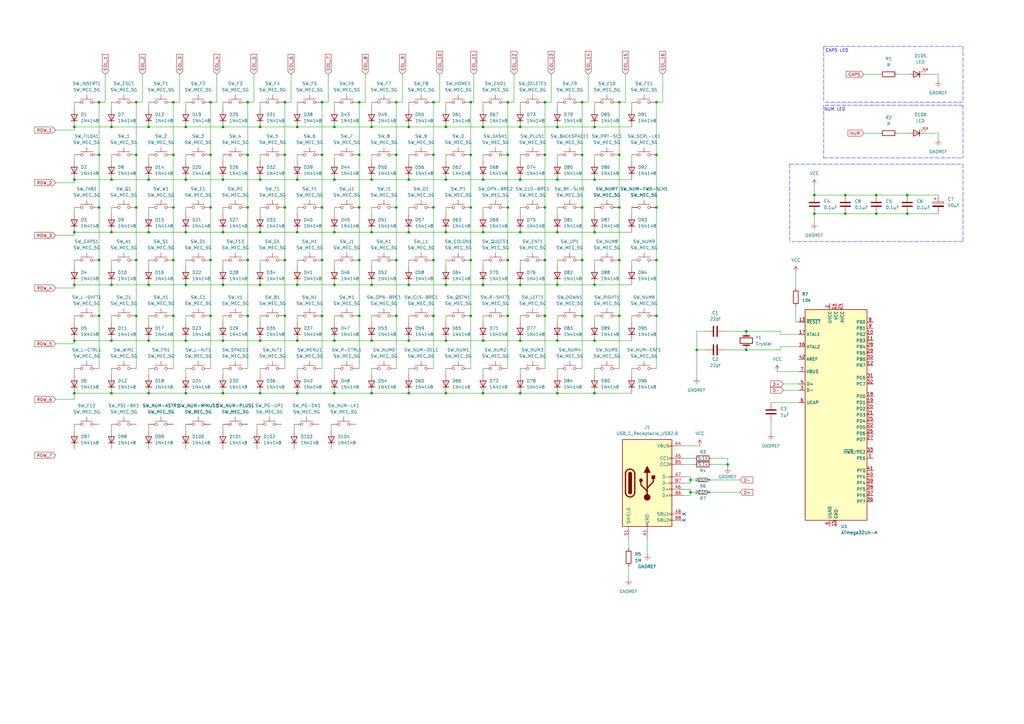
<source format=kicad_sch>
(kicad_sch (version 20211123) (generator eeschema)
  (paper "A3")
  (title_block (title "Keych & Chong v1") (rev "1") (company "Liam Gooch"))
  (junction (at 147.32 129.54))
  (junction (at 182.88 139.7))
  (junction (at 269.24 41.91))
  (junction (at 152.4 73.66))
  (junction (at 228.6 116.84))
  (junction (at 101.6 85.09))
  (junction (at 55.88 41.91))
  (junction (at 243.84 95.25))
  (junction (at 40.64 85.09))
  (junction (at 152.4 52.07))
  (junction (at 116.84 106.68))
  (junction (at 91.44 139.7))
  (junction (at 60.96 161.29))
  (junction (at 177.8 85.09))
  (junction (at 30.48 95.25))
  (junction (at 106.68 139.7))
  (junction (at 213.36 73.66))
  (junction (at 45.72 73.66))
  (junction (at 132.08 106.68))
  (junction (at 40.64 129.54))
  (junction (at 372.11 80.01))
  (junction (at 162.56 129.54))
  (junction (at 91.44 52.07))
  (junction (at 45.72 95.25))
  (junction (at 346.71 80.01))
  (junction (at 101.6 63.5))
  (junction (at 298.45 190.5))
  (junction (at 177.8 41.91))
  (junction (at 198.12 116.84))
  (junction (at 254 106.68))
  (junction (at 193.04 85.09))
  (junction (at 71.12 129.54))
  (junction (at 60.96 116.84))
  (junction (at 106.68 161.29))
  (junction (at 152.4 116.84))
  (junction (at 213.36 52.07))
  (junction (at 193.04 41.91))
  (junction (at 116.84 129.54))
  (junction (at 223.52 85.09))
  (junction (at 71.12 41.91))
  (junction (at 162.56 41.91))
  (junction (at 334.01 80.01))
  (junction (at 306.07 135.89))
  (junction (at 147.32 41.91))
  (junction (at 269.24 63.5))
  (junction (at 121.92 95.25))
  (junction (at 45.72 116.84))
  (junction (at 228.6 161.29))
  (junction (at 30.48 73.66))
  (junction (at 208.28 63.5))
  (junction (at 152.4 95.25))
  (junction (at 208.28 85.09))
  (junction (at 76.2 161.29))
  (junction (at 137.16 139.7))
  (junction (at 334.01 87.63))
  (junction (at 106.68 95.25))
  (junction (at 106.68 73.66))
  (junction (at 182.88 95.25))
  (junction (at 269.24 106.68))
  (junction (at 91.44 95.25))
  (junction (at 213.36 161.29))
  (junction (at 76.2 95.25))
  (junction (at 243.84 161.29))
  (junction (at 177.8 106.68))
  (junction (at 269.24 85.09))
  (junction (at 137.16 161.29))
  (junction (at 238.76 63.5))
  (junction (at 152.4 161.29))
  (junction (at 86.36 63.5))
  (junction (at 198.12 52.07))
  (junction (at 283.21 196.85))
  (junction (at 116.84 85.09))
  (junction (at 132.08 63.5))
  (junction (at 76.2 52.07))
  (junction (at 182.88 73.66))
  (junction (at 182.88 116.84))
  (junction (at 121.92 52.07))
  (junction (at 45.72 52.07))
  (junction (at 223.52 129.54))
  (junction (at 182.88 161.29))
  (junction (at 60.96 52.07))
  (junction (at 167.64 139.7))
  (junction (at 132.08 85.09))
  (junction (at 198.12 139.7))
  (junction (at 60.96 73.66))
  (junction (at 152.4 139.7))
  (junction (at 198.12 95.25))
  (junction (at 238.76 41.91))
  (junction (at 91.44 73.66))
  (junction (at 76.2 73.66))
  (junction (at 228.6 95.25))
  (junction (at 193.04 63.5))
  (junction (at 208.28 41.91))
  (junction (at 40.64 63.5))
  (junction (at 269.24 129.54))
  (junction (at 86.36 129.54))
  (junction (at 359.41 80.01))
  (junction (at 132.08 41.91))
  (junction (at 86.36 85.09))
  (junction (at 198.12 73.66))
  (junction (at 137.16 52.07))
  (junction (at 55.88 129.54))
  (junction (at 167.64 52.07))
  (junction (at 40.64 41.91))
  (junction (at 213.36 139.7))
  (junction (at 285.75 143.51))
  (junction (at 147.32 85.09))
  (junction (at 208.28 106.68))
  (junction (at 86.36 106.68))
  (junction (at 238.76 85.09))
  (junction (at 71.12 106.68))
  (junction (at 132.08 129.54))
  (junction (at 137.16 95.25))
  (junction (at 116.84 63.5))
  (junction (at 228.6 73.66))
  (junction (at 254 85.09))
  (junction (at 228.6 52.07))
  (junction (at 116.84 41.91))
  (junction (at 167.64 116.84))
  (junction (at 213.36 95.25))
  (junction (at 208.28 129.54))
  (junction (at 71.12 63.5))
  (junction (at 162.56 106.68))
  (junction (at 162.56 63.5))
  (junction (at 30.48 139.7))
  (junction (at 372.11 87.63))
  (junction (at 30.48 116.84))
  (junction (at 101.6 41.91))
  (junction (at 91.44 116.84))
  (junction (at 283.21 201.93))
  (junction (at 55.88 85.09))
  (junction (at 121.92 73.66))
  (junction (at 243.84 116.84))
  (junction (at 76.2 139.7))
  (junction (at 55.88 63.5))
  (junction (at 213.36 116.84))
  (junction (at 101.6 106.68))
  (junction (at 60.96 139.7))
  (junction (at 121.92 161.29))
  (junction (at 91.44 161.29))
  (junction (at 254 41.91))
  (junction (at 71.12 85.09))
  (junction (at 193.04 106.68))
  (junction (at 223.52 106.68))
  (junction (at 121.92 116.84))
  (junction (at 243.84 52.07))
  (junction (at 40.64 106.68))
  (junction (at 223.52 41.91))
  (junction (at 167.64 95.25))
  (junction (at 346.71 87.63))
  (junction (at 76.2 116.84))
  (junction (at 359.41 87.63))
  (junction (at 45.72 161.29))
  (junction (at 86.36 41.91))
  (junction (at 243.84 139.7))
  (junction (at 106.68 52.07))
  (junction (at 198.12 161.29))
  (junction (at 30.48 161.29))
  (junction (at 147.32 106.68))
  (junction (at 228.6 139.7))
  (junction (at 254 63.5))
  (junction (at 193.04 129.54))
  (junction (at 121.92 139.7))
  (junction (at 147.32 63.5))
  (junction (at 55.88 106.68))
  (junction (at 306.07 143.51))
  (junction (at 167.64 161.29))
  (junction (at 137.16 116.84))
  (junction (at 101.6 129.54))
  (junction (at 30.48 52.07))
  (junction (at 60.96 95.25))
  (junction (at 238.76 106.68))
  (junction (at 45.72 139.7))
  (junction (at 254 129.54))
  (junction (at 238.76 129.54))
  (junction (at 167.64 73.66))
  (junction (at 177.8 129.54))
  (junction (at 137.16 73.66))
  (junction (at 182.88 52.07))
  (junction (at 106.68 116.84))
  (junction (at 223.52 63.5))
  (junction (at 162.56 85.09))
  (junction (at 243.84 73.66))
  (junction (at 177.8 63.5))
  (no_connect (at 280.67 213.36))
  (no_connect (at 280.67 210.82))
  (wire (pts (xy 213.36 161.29) (xy 228.6 161.29)))
  (wire (pts (xy 73.66 41.91) (xy 71.12 41.91)))
  (wire (pts (xy 210.82 41.91) (xy 208.28 41.91)))
  (wire (pts (xy 228.6 116.84) (xy 243.84 116.84)))
  (wire (pts (xy 334.01 87.63) (xy 334.01 91.44)))
  (wire (pts (xy 198.12 41.91) (xy 198.12 44.45)))
  (wire (pts (xy 283.21 200.66) (xy 283.21 201.93)))
  (wire (pts (xy 346.71 80.01) (xy 359.41 80.01)))
  (wire (pts (xy 116.84 106.68) (xy 116.84 129.54)))
  (wire (pts (xy 45.72 161.29) (xy 60.96 161.29)))
  (wire (pts (xy 137.16 106.68) (xy 137.16 109.22)))
  (wire (pts (xy 306.07 143.51) (xy 320.04 143.51)))
  (wire (pts (xy 210.82 30.48) (xy 210.82 41.91)))
  (wire (pts (xy 182.88 95.25) (xy 198.12 95.25)))
  (wire (pts (xy 298.45 187.96) (xy 298.45 190.5)))
  (wire (pts (xy 316.23 172.72) (xy 316.23 177.8)))
  (wire (pts (xy 121.92 129.54) (xy 121.92 132.08)))
  (wire (pts (xy 86.36 129.54) (xy 86.36 151.13)))
  (wire (pts (xy 167.64 63.5) (xy 167.64 66.04)))
  (wire (pts (xy 101.6 129.54) (xy 101.6 151.13)))
  (wire (pts (xy 152.4 73.66) (xy 167.64 73.66)))
  (wire (pts (xy 238.76 41.91) (xy 238.76 63.5)))
  (wire (pts (xy 132.08 106.68) (xy 132.08 129.54)))
  (wire (pts (xy 269.24 63.5) (xy 269.24 85.09)))
  (wire (pts (xy 106.68 161.29) (xy 121.92 161.29)))
  (polyline (pts (xy 323.85 67.31) (xy 323.85 99.06)))
  (wire (pts (xy 326.39 132.08) (xy 326.39 125.73)))
  (wire (pts (xy 228.6 73.66) (xy 243.84 73.66)))
  (wire (pts (xy 226.06 30.48) (xy 226.06 41.91)))
  (wire (pts (xy 182.88 139.7) (xy 198.12 139.7)))
  (wire (pts (xy 30.48 63.5) (xy 30.48 66.04)))
  (wire (pts (xy 76.2 63.5) (xy 76.2 66.04)))
  (wire (pts (xy 256.54 41.91) (xy 254 41.91)))
  (wire (pts (xy 137.16 73.66) (xy 152.4 73.66)))
  (wire (pts (xy 132.08 63.5) (xy 132.08 85.09)))
  (wire (pts (xy 177.8 106.68) (xy 177.8 129.54)))
  (wire (pts (xy 76.2 52.07) (xy 91.44 52.07)))
  (wire (pts (xy 60.96 95.25) (xy 76.2 95.25)))
  (wire (pts (xy 86.36 106.68) (xy 86.36 129.54)))
  (wire (pts (xy 152.4 106.68) (xy 152.4 109.22)))
  (wire (pts (xy 30.48 85.09) (xy 30.48 87.63)))
  (wire (pts (xy 321.31 157.48) (xy 327.66 157.48)))
  (wire (pts (xy 265.43 220.98) (xy 265.43 227.33)))
  (wire (pts (xy 243.84 151.13) (xy 243.84 153.67)))
  (wire (pts (xy 91.44 63.5) (xy 91.44 66.04)))
  (wire (pts (xy 283.21 201.93) (xy 285.75 201.93)))
  (wire (pts (xy 290.83 201.93) (xy 303.53 201.93)))
  (wire (pts (xy 30.48 116.84) (xy 45.72 116.84)))
  (wire (pts (xy 147.32 41.91) (xy 147.32 63.5)))
  (wire (pts (xy 60.96 129.54) (xy 60.96 132.08)))
  (wire (pts (xy 106.68 63.5) (xy 106.68 66.04)))
  (wire (pts (xy 327.66 137.16) (xy 320.04 137.16)))
  (wire (pts (xy 283.21 203.2) (xy 280.67 203.2)))
  (wire (pts (xy 334.01 87.63) (xy 346.71 87.63)))
  (polyline (pts (xy 394.97 41.91) (xy 337.82 41.91)))
  (wire (pts (xy 45.72 139.7) (xy 60.96 139.7)))
  (wire (pts (xy 254 41.91) (xy 254 63.5)))
  (wire (pts (xy 91.44 139.7) (xy 106.68 139.7)))
  (wire (pts (xy 167.64 95.25) (xy 182.88 95.25)))
  (wire (pts (xy 137.16 52.07) (xy 152.4 52.07)))
  (wire (pts (xy 91.44 52.07) (xy 106.68 52.07)))
  (wire (pts (xy 104.14 30.48) (xy 104.14 41.91)))
  (wire (pts (xy 320.04 142.24) (xy 320.04 143.51)))
  (wire (pts (xy 121.92 73.66) (xy 137.16 73.66)))
  (wire (pts (xy 165.1 41.91) (xy 162.56 41.91)))
  (wire (pts (xy 152.4 52.07) (xy 167.64 52.07)))
  (wire (pts (xy 76.2 151.13) (xy 76.2 153.67)))
  (wire (pts (xy 259.08 41.91) (xy 259.08 44.45)))
  (wire (pts (xy 228.6 129.54) (xy 228.6 132.08)))
  (wire (pts (xy 177.8 63.5) (xy 177.8 85.09)))
  (wire (pts (xy 198.12 73.66) (xy 213.36 73.66)))
  (wire (pts (xy 147.32 129.54) (xy 147.32 151.13)))
  (wire (pts (xy 359.41 87.63) (xy 372.11 87.63)))
  (wire (pts (xy 280.67 182.88) (xy 287.02 182.88)))
  (wire (pts (xy 137.16 139.7) (xy 152.4 139.7)))
  (wire (pts (xy 60.96 106.68) (xy 60.96 109.22)))
  (wire (pts (xy 30.48 73.66) (xy 45.72 73.66)))
  (polyline (pts (xy 337.82 19.05) (xy 337.82 41.91)))
  (wire (pts (xy 368.3 30.48) (xy 372.11 30.48)))
  (wire (pts (xy 198.12 129.54) (xy 198.12 132.08)))
  (wire (pts (xy 76.2 173.99) (xy 76.2 176.53)))
  (wire (pts (xy 289.56 143.51) (xy 285.75 143.51)))
  (wire (pts (xy 147.32 106.68) (xy 147.32 129.54)))
  (wire (pts (xy 243.84 41.91) (xy 243.84 44.45)))
  (wire (pts (xy 134.62 41.91) (xy 132.08 41.91)))
  (wire (pts (xy 193.04 85.09) (xy 193.04 106.68)))
  (wire (pts (xy 105.41 173.99) (xy 105.41 176.53)))
  (wire (pts (xy 121.92 63.5) (xy 121.92 66.04)))
  (wire (pts (xy 213.36 41.91) (xy 213.36 44.45)))
  (wire (pts (xy 120.65 173.99) (xy 120.65 176.53)))
  (wire (pts (xy 121.92 151.13) (xy 121.92 153.67)))
  (wire (pts (xy 354.33 54.61) (xy 360.68 54.61)))
  (wire (pts (xy 182.88 161.29) (xy 198.12 161.29)))
  (wire (pts (xy 259.08 151.13) (xy 259.08 153.67)))
  (wire (pts (xy 213.36 73.66) (xy 228.6 73.66)))
  (wire (pts (xy 208.28 106.68) (xy 208.28 129.54)))
  (wire (pts (xy 76.2 106.68) (xy 76.2 109.22)))
  (wire (pts (xy 198.12 63.5) (xy 198.12 66.04)))
  (wire (pts (xy 137.16 116.84) (xy 152.4 116.84)))
  (wire (pts (xy 228.6 151.13) (xy 228.6 153.67)))
  (wire (pts (xy 152.4 151.13) (xy 152.4 153.67)))
  (wire (pts (xy 121.92 116.84) (xy 137.16 116.84)))
  (wire (pts (xy 285.75 135.89) (xy 285.75 143.51)))
  (wire (pts (xy 292.1 187.96) (xy 298.45 187.96)))
  (wire (pts (xy 257.81 220.98) (xy 257.81 224.79)))
  (wire (pts (xy 379.73 54.61) (xy 384.81 54.61)))
  (wire (pts (xy 318.77 152.4) (xy 327.66 152.4)))
  (wire (pts (xy 285.75 143.51) (xy 285.75 154.94)))
  (wire (pts (xy 372.11 80.01) (xy 384.81 80.01)))
  (polyline (pts (xy 394.97 99.06) (xy 323.85 99.06)))
  (wire (pts (xy 182.88 129.54) (xy 182.88 132.08)))
  (wire (pts (xy 149.86 41.91) (xy 147.32 41.91)))
  (wire (pts (xy 60.96 73.66) (xy 76.2 73.66)))
  (wire (pts (xy 116.84 63.5) (xy 116.84 85.09)))
  (wire (pts (xy 167.64 161.29) (xy 182.88 161.29)))
  (wire (pts (xy 45.72 151.13) (xy 45.72 153.67)))
  (wire (pts (xy 71.12 129.54) (xy 71.12 151.13)))
  (wire (pts (xy 259.08 129.54) (xy 259.08 132.08)))
  (wire (pts (xy 368.3 54.61) (xy 372.11 54.61)))
  (wire (pts (xy 104.14 41.91) (xy 101.6 41.91)))
  (wire (pts (xy 106.68 95.25) (xy 121.92 95.25)))
  (wire (pts (xy 55.88 85.09) (xy 55.88 106.68)))
  (wire (pts (xy 321.31 160.02) (xy 327.66 160.02)))
  (wire (pts (xy 198.12 161.29) (xy 213.36 161.29)))
  (wire (pts (xy 91.44 161.29) (xy 106.68 161.29)))
  (wire (pts (xy 167.64 106.68) (xy 167.64 109.22)))
  (wire (pts (xy 91.44 85.09) (xy 91.44 87.63)))
  (wire (pts (xy 22.86 163.83) (xy 30.48 163.83)))
  (wire (pts (xy 182.88 63.5) (xy 182.88 66.04)))
  (wire (pts (xy 40.64 63.5) (xy 40.64 85.09)))
  (wire (pts (xy 280.67 200.66) (xy 283.21 200.66)))
  (wire (pts (xy 379.73 30.48) (xy 384.81 30.48)))
  (wire (pts (xy 137.16 95.25) (xy 152.4 95.25)))
  (polyline (pts (xy 394.97 19.05) (xy 394.97 41.91)))
  (wire (pts (xy 30.48 95.25) (xy 45.72 95.25)))
  (wire (pts (xy 40.64 106.68) (xy 40.64 129.54)))
  (wire (pts (xy 213.36 151.13) (xy 213.36 153.67)))
  (wire (pts (xy 43.18 30.48) (xy 43.18 41.91)))
  (wire (pts (xy 243.84 95.25) (xy 259.08 95.25)))
  (wire (pts (xy 243.84 139.7) (xy 259.08 139.7)))
  (wire (pts (xy 198.12 139.7) (xy 213.36 139.7)))
  (wire (pts (xy 254 85.09) (xy 254 106.68)))
  (wire (pts (xy 198.12 95.25) (xy 213.36 95.25)))
  (wire (pts (xy 182.88 41.91) (xy 182.88 44.45)))
  (wire (pts (xy 193.04 41.91) (xy 193.04 63.5)))
  (wire (pts (xy 106.68 52.07) (xy 121.92 52.07)))
  (wire (pts (xy 213.36 139.7) (xy 228.6 139.7)))
  (wire (pts (xy 22.86 74.93) (xy 30.48 74.93)))
  (wire (pts (xy 228.6 95.25) (xy 243.84 95.25)))
  (wire (pts (xy 119.38 30.48) (xy 119.38 41.91)))
  (wire (pts (xy 152.4 41.91) (xy 152.4 44.45)))
  (wire (pts (xy 132.08 129.54) (xy 132.08 151.13)))
  (wire (pts (xy 22.86 96.52) (xy 30.48 96.52)))
  (wire (pts (xy 167.64 139.7) (xy 182.88 139.7)))
  (wire (pts (xy 359.41 80.01) (xy 372.11 80.01)))
  (wire (pts (xy 76.2 116.84) (xy 91.44 116.84)))
  (wire (pts (xy 116.84 41.91) (xy 116.84 63.5)))
  (wire (pts (xy 101.6 41.91) (xy 101.6 63.5)))
  (wire (pts (xy 223.52 85.09) (xy 223.52 106.68)))
  (wire (pts (xy 149.86 30.48) (xy 149.86 41.91)))
  (wire (pts (xy 121.92 41.91) (xy 121.92 44.45)))
  (wire (pts (xy 30.48 140.97) (xy 30.48 139.7)))
  (wire (pts (xy 243.84 85.09) (xy 243.84 87.63)))
  (wire (pts (xy 269.24 106.68) (xy 269.24 129.54)))
  (wire (pts (xy 269.24 129.54) (xy 269.24 151.13)))
  (wire (pts (xy 71.12 41.91) (xy 71.12 63.5)))
  (wire (pts (xy 60.96 41.91) (xy 60.96 44.45)))
  (wire (pts (xy 228.6 41.91) (xy 228.6 44.45)))
  (wire (pts (xy 241.3 41.91) (xy 238.76 41.91)))
  (wire (pts (xy 71.12 85.09) (xy 71.12 106.68)))
  (wire (pts (xy 30.48 106.68) (xy 30.48 109.22)))
  (wire (pts (xy 116.84 129.54) (xy 116.84 151.13)))
  (wire (pts (xy 243.84 73.66) (xy 259.08 73.66)))
  (wire (pts (xy 30.48 74.93) (xy 30.48 73.66)))
  (wire (pts (xy 271.78 30.48) (xy 271.78 41.91)))
  (wire (pts (xy 238.76 106.68) (xy 238.76 129.54)))
  (wire (pts (xy 45.72 173.99) (xy 45.72 176.53)))
  (wire (pts (xy 30.48 118.11) (xy 30.48 116.84)))
  (wire (pts (xy 121.92 106.68) (xy 121.92 109.22)))
  (wire (pts (xy 45.72 95.25) (xy 60.96 95.25)))
  (wire (pts (xy 119.38 41.91) (xy 116.84 41.91)))
  (wire (pts (xy 384.81 57.15) (xy 384.81 54.61)))
  (wire (pts (xy 327.66 142.24) (xy 320.04 142.24)))
  (wire (pts (xy 55.88 106.68) (xy 55.88 129.54)))
  (wire (pts (xy 88.9 41.91) (xy 86.36 41.91)))
  (wire (pts (xy 55.88 41.91) (xy 55.88 63.5)))
  (wire (pts (xy 45.72 52.07) (xy 60.96 52.07)))
  (wire (pts (xy 121.92 85.09) (xy 121.92 87.63)))
  (wire (pts (xy 45.72 129.54) (xy 45.72 132.08)))
  (wire (pts (xy 259.08 106.68) (xy 259.08 109.22)))
  (wire (pts (xy 30.48 173.99) (xy 30.48 176.53)))
  (wire (pts (xy 223.52 129.54) (xy 223.52 151.13)))
  (wire (pts (xy 194.31 30.48) (xy 194.31 41.91)))
  (wire (pts (xy 152.4 129.54) (xy 152.4 132.08)))
  (wire (pts (xy 45.72 106.68) (xy 45.72 109.22)))
  (wire (pts (xy 22.86 118.11) (xy 30.48 118.11)))
  (wire (pts (xy 91.44 173.99) (xy 91.44 176.53)))
  (wire (pts (xy 269.24 85.09) (xy 269.24 106.68)))
  (wire (pts (xy 40.64 129.54) (xy 40.64 151.13)))
  (wire (pts (xy 45.72 63.5) (xy 45.72 66.04)))
  (wire (pts (xy 76.2 129.54) (xy 76.2 132.08)))
  (wire (pts (xy 76.2 41.91) (xy 76.2 44.45)))
  (wire (pts (xy 180.34 30.48) (xy 180.34 41.91)))
  (wire (pts (xy 71.12 63.5) (xy 71.12 85.09)))
  (wire (pts (xy 198.12 116.84) (xy 213.36 116.84)))
  (wire (pts (xy 137.16 85.09) (xy 137.16 87.63)))
  (wire (pts (xy 208.28 41.91) (xy 208.28 63.5)))
  (polyline (pts (xy 394.97 67.31) (xy 394.97 99.06)))
  (wire (pts (xy 121.92 95.25) (xy 137.16 95.25)))
  (wire (pts (xy 60.96 151.13) (xy 60.96 153.67)))
  (wire (pts (xy 137.16 151.13) (xy 137.16 153.67)))
  (wire (pts (xy 228.6 52.07) (xy 243.84 52.07)))
  (wire (pts (xy 334.01 80.01) (xy 346.71 80.01)))
  (wire (pts (xy 86.36 63.5) (xy 86.36 85.09)))
  (wire (pts (xy 152.4 95.25) (xy 167.64 95.25)))
  (wire (pts (xy 43.18 41.91) (xy 40.64 41.91)))
  (wire (pts (xy 182.88 85.09) (xy 182.88 87.63)))
  (wire (pts (xy 137.16 41.91) (xy 137.16 44.45)))
  (wire (pts (xy 193.04 129.54) (xy 193.04 151.13)))
  (wire (pts (xy 76.2 95.25) (xy 91.44 95.25)))
  (wire (pts (xy 60.96 139.7) (xy 76.2 139.7)))
  (wire (pts (xy 86.36 41.91) (xy 86.36 63.5)))
  (wire (pts (xy 213.36 63.5) (xy 213.36 66.04)))
  (wire (pts (xy 241.3 30.48) (xy 241.3 41.91)))
  (wire (pts (xy 238.76 129.54) (xy 238.76 151.13)))
  (wire (pts (xy 60.96 116.84) (xy 76.2 116.84)))
  (wire (pts (xy 30.48 129.54) (xy 30.48 132.08)))
  (wire (pts (xy 198.12 151.13) (xy 198.12 153.67)))
  (wire (pts (xy 167.64 116.84) (xy 182.88 116.84)))
  (polyline (pts (xy 337.82 43.18) (xy 337.82 64.77)))
  (wire (pts (xy 193.04 106.68) (xy 193.04 129.54)))
  (wire (pts (xy 254 63.5) (xy 254 85.09)))
  (wire (pts (xy 30.48 139.7) (xy 45.72 139.7)))
  (wire (pts (xy 152.4 161.29) (xy 167.64 161.29)))
  (wire (pts (xy 137.16 63.5) (xy 137.16 66.04)))
  (polyline (pts (xy 323.85 67.31) (xy 394.97 67.31)))
  (wire (pts (xy 73.66 30.48) (xy 73.66 41.91)))
  (wire (pts (xy 132.08 85.09) (xy 132.08 106.68)))
  (wire (pts (xy 106.68 73.66) (xy 121.92 73.66)))
  (wire (pts (xy 256.54 30.48) (xy 256.54 41.91)))
  (wire (pts (xy 226.06 41.91) (xy 223.52 41.91)))
  (wire (pts (xy 327.66 132.08) (xy 326.39 132.08)))
  (wire (pts (xy 228.6 85.09) (xy 228.6 87.63)))
  (wire (pts (xy 91.44 106.68) (xy 91.44 109.22)))
  (wire (pts (xy 162.56 129.54) (xy 162.56 151.13)))
  (wire (pts (xy 147.32 63.5) (xy 147.32 85.09)))
  (wire (pts (xy 147.32 85.09) (xy 147.32 106.68)))
  (wire (pts (xy 289.56 135.89) (xy 285.75 135.89)))
  (wire (pts (xy 243.84 161.29) (xy 259.08 161.29)))
  (wire (pts (xy 91.44 151.13) (xy 91.44 153.67)))
  (wire (pts (xy 30.48 151.13) (xy 30.48 153.67)))
  (wire (pts (xy 88.9 30.48) (xy 88.9 41.91)))
  (wire (pts (xy 60.96 161.29) (xy 76.2 161.29)))
  (wire (pts (xy 106.68 106.68) (xy 106.68 109.22)))
  (wire (pts (xy 134.62 30.48) (xy 134.62 41.91)))
  (wire (pts (xy 269.24 41.91) (xy 269.24 63.5)))
  (wire (pts (xy 259.08 85.09) (xy 259.08 87.63)))
  (wire (pts (xy 30.48 41.91) (xy 30.48 44.45)))
  (wire (pts (xy 167.64 129.54) (xy 167.64 132.08)))
  (wire (pts (xy 76.2 139.7) (xy 91.44 139.7)))
  (wire (pts (xy 208.28 85.09) (xy 208.28 106.68)))
  (wire (pts (xy 152.4 116.84) (xy 167.64 116.84)))
  (wire (pts (xy 280.67 195.58) (xy 283.21 195.58)))
  (wire (pts (xy 223.52 106.68) (xy 223.52 129.54)))
  (wire (pts (xy 132.08 41.91) (xy 132.08 63.5)))
  (wire (pts (xy 223.52 63.5) (xy 223.52 85.09)))
  (wire (pts (xy 106.68 116.84) (xy 121.92 116.84)))
  (wire (pts (xy 152.4 63.5) (xy 152.4 66.04)))
  (wire (pts (xy 372.11 87.63) (xy 384.81 87.63)))
  (polyline (pts (xy 394.97 43.18) (xy 394.97 64.77)))
  (wire (pts (xy 162.56 85.09) (xy 162.56 106.68)))
  (wire (pts (xy 106.68 41.91) (xy 106.68 44.45)))
  (wire (pts (xy 91.44 41.91) (xy 91.44 44.45)))
  (wire (pts (xy 76.2 73.66) (xy 91.44 73.66)))
  (polyline (pts (xy 337.82 19.05) (xy 394.97 19.05)))
  (wire (pts (xy 55.88 63.5) (xy 55.88 85.09)))
  (wire (pts (xy 182.88 52.07) (xy 198.12 52.07)))
  (wire (pts (xy 137.16 161.29) (xy 152.4 161.29)))
  (wire (pts (xy 177.8 129.54) (xy 177.8 151.13)))
  (wire (pts (xy 152.4 85.09) (xy 152.4 87.63)))
  (wire (pts (xy 228.6 139.7) (xy 243.84 139.7)))
  (wire (pts (xy 280.67 190.5) (xy 284.48 190.5)))
  (wire (pts (xy 223.52 41.91) (xy 223.52 63.5)))
  (wire (pts (xy 194.31 41.91) (xy 193.04 41.91)))
  (wire (pts (xy 213.36 106.68) (xy 213.36 109.22)))
  (wire (pts (xy 167.64 41.91) (xy 167.64 44.45)))
  (wire (pts (xy 76.2 161.29) (xy 91.44 161.29)))
  (wire (pts (xy 316.23 165.1) (xy 327.66 165.1)))
  (wire (pts (xy 165.1 30.48) (xy 165.1 41.91)))
  (wire (pts (xy 177.8 85.09) (xy 177.8 106.68)))
  (wire (pts (xy 334.01 76.2) (xy 334.01 80.01)))
  (wire (pts (xy 193.04 63.5) (xy 193.04 85.09)))
  (wire (pts (xy 238.76 85.09) (xy 238.76 106.68)))
  (wire (pts (xy 198.12 85.09) (xy 198.12 87.63)))
  (wire (pts (xy 101.6 63.5) (xy 101.6 85.09)))
  (wire (pts (xy 228.6 106.68) (xy 228.6 109.22)))
  (wire (pts (xy 30.48 163.83) (xy 30.48 161.29)))
  (wire (pts (xy 162.56 41.91) (xy 162.56 63.5)))
  (wire (pts (xy 292.1 190.5) (xy 298.45 190.5)))
  (wire (pts (xy 228.6 161.29) (xy 243.84 161.29)))
  (wire (pts (xy 208.28 129.54) (xy 208.28 151.13)))
  (wire (pts (xy 101.6 85.09) (xy 101.6 106.68)))
  (wire (pts (xy 213.36 85.09) (xy 213.36 87.63)))
  (wire (pts (xy 30.48 96.52) (xy 30.48 95.25)))
  (wire (pts (xy 213.36 95.25) (xy 228.6 95.25)))
  (wire (pts (xy 106.68 85.09) (xy 106.68 87.63)))
  (wire (pts (xy 30.48 161.29) (xy 45.72 161.29)))
  (wire (pts (xy 182.88 106.68) (xy 182.88 109.22)))
  (wire (pts (xy 182.88 73.66) (xy 198.12 73.66)))
  (wire (pts (xy 116.84 85.09) (xy 116.84 106.68)))
  (wire (pts (xy 101.6 106.68) (xy 101.6 129.54)))
  (wire (pts (xy 40.64 85.09) (xy 40.64 106.68)))
  (wire (pts (xy 30.48 53.34) (xy 22.86 53.34)))
  (wire (pts (xy 121.92 139.7) (xy 137.16 139.7)))
  (wire (pts (xy 45.72 73.66) (xy 60.96 73.66)))
  (wire (pts (xy 40.64 41.91) (xy 40.64 63.5)))
  (wire (pts (xy 228.6 63.5) (xy 228.6 66.04)))
  (wire (pts (xy 71.12 106.68) (xy 71.12 129.54)))
  (wire (pts (xy 354.33 30.48) (xy 360.68 30.48)))
  (wire (pts (xy 254 129.54) (xy 254 151.13)))
  (wire (pts (xy 283.21 198.12) (xy 280.67 198.12)))
  (wire (pts (xy 91.44 129.54) (xy 91.44 132.08)))
  (wire (pts (xy 182.88 116.84) (xy 198.12 116.84)))
  (wire (pts (xy 86.36 85.09) (xy 86.36 106.68)))
  (wire (pts (xy 152.4 139.7) (xy 167.64 139.7)))
  (wire (pts (xy 106.68 129.54) (xy 106.68 132.08)))
  (wire (pts (xy 243.84 52.07) (xy 259.08 52.07)))
  (wire (pts (xy 106.68 151.13) (xy 106.68 153.67)))
  (wire (pts (xy 58.42 41.91) (xy 55.88 41.91)))
  (wire (pts (xy 298.45 190.5) (xy 298.45 191.77)))
  (wire (pts (xy 55.88 129.54) (xy 55.88 151.13)))
  (wire (pts (xy 213.36 52.07) (xy 228.6 52.07)))
  (wire (pts (xy 30.48 52.07) (xy 30.48 53.34)))
  (wire (pts (xy 346.71 87.63) (xy 359.41 87.63)))
  (wire (pts (xy 121.92 161.29) (xy 137.16 161.29)))
  (wire (pts (xy 45.72 41.91) (xy 45.72 44.45)))
  (wire (pts (xy 60.96 173.99) (xy 60.96 176.53)))
  (wire (pts (xy 283.21 201.93) (xy 283.21 203.2)))
  (wire (pts (xy 213.36 116.84) (xy 228.6 116.84)))
  (wire (pts (xy 320.04 137.16) (xy 320.04 135.89)))
  (wire (pts (xy 182.88 151.13) (xy 182.88 153.67)))
  (polyline (pts (xy 394.97 43.18) (xy 337.82 43.18)))
  (wire (pts (xy 60.96 85.09) (xy 60.96 87.63)))
  (wire (pts (xy 243.84 116.84) (xy 259.08 116.84)))
  (wire (pts (xy 167.64 52.07) (xy 182.88 52.07)))
  (wire (pts (xy 135.89 173.99) (xy 135.89 176.53)))
  (wire (pts (xy 180.34 41.91) (xy 177.8 41.91)))
  (wire (pts (xy 320.04 135.89) (xy 306.07 135.89)))
  (wire (pts (xy 290.83 196.85) (xy 303.53 196.85)))
  (wire (pts (xy 326.39 111.76) (xy 326.39 118.11)))
  (polyline (pts (xy 337.82 64.77) (xy 394.97 64.77)))
  (wire (pts (xy 22.86 140.97) (xy 30.48 140.97)))
  (wire (pts (xy 30.48 52.07) (xy 45.72 52.07)))
  (wire (pts (xy 121.92 52.07) (xy 137.16 52.07)))
  (wire (pts (xy 243.84 129.54) (xy 243.84 132.08)))
  (wire (pts (xy 91.44 95.25) (xy 106.68 95.25)))
  (wire (pts (xy 45.72 85.09) (xy 45.72 87.63)))
  (wire (pts (xy 238.76 63.5) (xy 238.76 85.09)))
  (wire (pts (xy 76.2 85.09) (xy 76.2 87.63)))
  (wire (pts (xy 271.78 41.91) (xy 269.24 41.91)))
  (wire (pts (xy 167.64 85.09) (xy 167.64 87.63)))
  (wire (pts (xy 283.21 196.85) (xy 285.75 196.85)))
  (wire (pts (xy 177.8 41.91) (xy 177.8 63.5)))
  (wire (pts (xy 58.42 30.48) (xy 58.42 41.91)))
  (wire (pts (xy 167.64 73.66) (xy 182.88 73.66)))
  (wire (pts (xy 254 106.68) (xy 254 129.54)))
  (wire (pts (xy 243.84 63.5) (xy 243.84 66.04)))
  (wire (pts (xy 45.72 116.84) (xy 60.96 116.84)))
  (wire (pts (xy 297.18 143.51) (xy 306.07 143.51)))
  (wire (pts (xy 213.36 129.54) (xy 213.36 132.08)))
  (wire (pts (xy 106.68 139.7) (xy 121.92 139.7)))
  (wire (pts (xy 167.64 151.13) (xy 167.64 153.67)))
  (wire (pts (xy 280.67 187.96) (xy 284.48 187.96)))
  (wire (pts (xy 91.44 73.66) (xy 106.68 73.66)))
  (wire (pts (xy 91.44 116.84) (xy 106.68 116.84)))
  (wire (pts (xy 297.18 135.89) (xy 306.07 135.89)))
  (wire (pts (xy 137.16 129.54) (xy 137.16 132.08)))
  (wire (pts (xy 208.28 63.5) (xy 208.28 85.09)))
  (wire (pts (xy 283.21 196.85) (xy 283.21 198.12)))
  (wire (pts (xy 162.56 63.5) (xy 162.56 85.09)))
  (wire (pts (xy 384.81 33.02) (xy 384.81 30.48)))
  (wire (pts (xy 257.81 232.41) (xy 257.81 237.49)))
  (wire (pts (xy 162.56 106.68) (xy 162.56 129.54)))
  (wire (pts (xy 259.08 63.5) (xy 259.08 66.04)))
  (wire (pts (xy 198.12 106.68) (xy 198.12 109.22)))
  (wire (pts (xy 243.84 106.68) (xy 243.84 109.22)))
  (wire (pts (xy 198.12 52.07) (xy 213.36 52.07)))
  (wire (pts (xy 60.96 63.5) (xy 60.96 66.04)))
  (wire (pts (xy 60.96 52.07) (xy 76.2 52.07)))
  (wire (pts (xy 283.21 195.58) (xy 283.21 196.85)))
  (text "NUM LED" (at 346.71 45.72 180) (effects (font (size 1.27 1.27)) (justify right bottom)))
  (text "CAPS LED" (at 347.98 21.59 180) (effects (font (size 1.27 1.27)) (justify right bottom)))
  (global_label "ROW_1" (shape input) (at 22.86 53.34 180) (property "Intersheet References" "${INTERSHEET_REFS}" (effects hide)))
  (global_label "ROW_5" (shape input) (at 22.86 140.97 180) (property "Intersheet References" "${INTERSHEET_REFS}" (effects hide)))
  (global_label "COL_15" (shape input) (at 256.54 30.48 90) (property "Intersheet References" "${INTERSHEET_REFS}" (effects hide)))
  (global_label "COL_8" (shape input) (at 149.86 30.48 90) (property "Intersheet References" "${INTERSHEET_REFS}" (effects hide)))
  (global_label "ROW_3" (shape input) (at 22.86 96.52 180) (property "Intersheet References" "${INTERSHEET_REFS}" (effects hide)))
  (global_label "ROW_4" (shape input) (at 22.86 118.11 180) (property "Intersheet References" "${INTERSHEET_REFS}" (effects hide)))
  (global_label "COL_3" (shape input) (at 73.66 30.48 90) (property "Intersheet References" "${INTERSHEET_REFS}" (effects hide)))
  (global_label "D+" (shape input) (at 321.31 157.48 180) (property "Intersheet References" "${INTERSHEET_REFS}" (effects hide)))
  (global_label "ROW_2" (shape input) (at 22.86 74.93 180) (property "Intersheet References" "${INTERSHEET_REFS}" (effects hide)))
  (global_label "COL_11" (shape input) (at 194.31 30.48 90) (property "Intersheet References" "${INTERSHEET_REFS}" (effects hide)))
  (global_label "COL_9" (shape input) (at 165.1 30.48 90) (property "Intersheet References" "${INTERSHEET_REFS}" (effects hide)))
  (global_label "COL_10" (shape input) (at 180.34 30.48 90) (property "Intersheet References" "${INTERSHEET_REFS}" (effects hide)))
  (global_label "NUM" (shape input) (at 354.33 54.61 180) (property "Intersheet References" "${INTERSHEET_REFS}" (effects hide)))
  (global_label "COL_4" (shape input) (at 88.9 30.48 90) (property "Intersheet References" "${INTERSHEET_REFS}" (effects hide)))
  (global_label "COL_6" (shape input) (at 119.38 30.48 90) (property "Intersheet References" "${INTERSHEET_REFS}" (effects hide)))
  (global_label "COL_5" (shape input) (at 104.14 30.48 90) (property "Intersheet References" "${INTERSHEET_REFS}" (effects hide)))
  (global_label "COL_16" (shape input) (at 271.78 30.48 90) (property "Intersheet References" "${INTERSHEET_REFS}" (effects hide)))
  (global_label "COL_7" (shape input) (at 134.62 30.48 90) (property "Intersheet References" "${INTERSHEET_REFS}" (effects hide)))
  (global_label "ROW_6" (shape input) (at 22.86 163.83 180) (property "Intersheet References" "${INTERSHEET_REFS}" (effects hide)))
  (global_label "D-" (shape input) (at 303.53 196.85 0) (property "Intersheet References" "${INTERSHEET_REFS}" (effects hide)))
  (global_label "D+" (shape input) (at 303.53 201.93 0) (property "Intersheet References" "${INTERSHEET_REFS}" (effects hide)))
  (global_label "CAPS" (shape input) (at 354.33 30.48 180) (property "Intersheet References" "${INTERSHEET_REFS}" (effects hide)))
  (global_label "COL_13" (shape input) (at 226.06 30.48 90) (property "Intersheet References" "${INTERSHEET_REFS}" (effects hide)))
  (global_label "COL_1" (shape input) (at 43.18 30.48 90) (property "Intersheet References" "${INTERSHEET_REFS}" (effects hide)))
  (global_label "ROW_7" (shape input) (at 22.86 186.69 180) (property "Intersheet References" "${INTERSHEET_REFS}" (effects hide)))
  (global_label "COL_2" (shape input) (at 58.42 30.48 90) (property "Intersheet References" "${INTERSHEET_REFS}" (effects hide)))
  (global_label "COL_12" (shape input) (at 210.82 30.48 90) (property "Intersheet References" "${INTERSHEET_REFS}" (effects hide)))
  (global_label "D-" (shape input) (at 321.31 160.02 180) (property "Intersheet References" "${INTERSHEET_REFS}" (effects hide)))
  (global_label "COL_14" (shape input) (at 241.3 30.48 90) (property "Intersheet References" "${INTERSHEET_REFS}" (effects hide)))
  (symbol (lib_id "Switch:SW_MEC_5G") (at 218.44 41.91 0) (unit 1)
    (property "Reference" "SW_DELETE1" (at 218.44 34.29 0))
    (property "Value" "SW_MEC_5G" (at 218.44 36.83 0))
    (property "Datasheet" "http://www.apem.com/int/index.php?controller=attachment&id_attachment=488" (effects hide))
  )
  (symbol (lib_id "Switch:SW_MEC_5G") (at 127 85.09 0) (unit 1)
    (property "Reference" "SW_Y1" (at 127 77.47 0))
    (property "Value" "SW_MEC_5G" (at 127 80.01 0))
    (property "Datasheet" "http://www.apem.com/int/index.php?controller=attachment&id_attachment=488" (effects hide))
  )
  (symbol (lib_id "power:GNDREF") (at 334.01 91.44 0) (unit 1)
    (property "Reference" "#PWR04" (effects hide))
    (property "Value" "GNDREF" (at 334.01 96.52 0))
  )
  (symbol (lib_id "Switch:SW_MEC_5G") (at 111.76 106.68 0) (unit 1)
    (property "Reference" "SW_G1" (at 111.76 99.06 0))
    (property "Value" "SW_MEC_5G" (at 111.76 101.6 0))
    (property "Datasheet" "http://www.apem.com/int/index.php?controller=attachment&id_attachment=488" (effects hide))
  )
  (symbol (lib_id "Switch:SW_MEC_5G") (at 66.04 129.54 0) (unit 1)
    (property "Reference" "SW_X1" (at 66.04 121.92 0))
    (property "Value" "SW_MEC_5G" (at 66.04 124.46 0))
    (property "Datasheet" "http://www.apem.com/int/index.php?controller=attachment&id_attachment=488" (effects hide))
  )
  (symbol (lib_id "Diode:1N4148") (at 91.44 113.03 90) (unit 1)
    (property "Reference" "D28" (at 93.98 111.7599 90) (effects (justify right)))
    (property "Value" "1N4148" (at 93.98 114.2999 90) (effects (justify right)))
    (property "Footprint" "Diode_THT:D_DO-35_SOD27_P7.62mm_Horizontal" (effects hide))
    (property "Datasheet" "https://assets.nexperia.com/documents/data-sheet/1N4148_1N4448.pdf" (effects hide))
  )
  (symbol (lib_id "Switch:SW_MEC_5G") (at 264.16 63.5 0) (unit 1)
    (property "Reference" "SW_SCRL-LK1" (at 264.16 55.88 0))
    (property "Value" "SW_MEC_5G" (at 264.16 58.42 0))
    (property "Datasheet" "http://www.apem.com/int/index.php?controller=attachment&id_attachment=488" (effects hide))
  )
  (symbol (lib_id "Switch:SW_MEC_5G") (at 203.2 41.91 0) (unit 1)
    (property "Reference" "SW_END1" (at 203.2 34.29 0))
    (property "Value" "SW_MEC_5G" (at 203.2 36.83 0))
    (property "Datasheet" "http://www.apem.com/int/index.php?controller=attachment&id_attachment=488" (effects hide))
  )
  (symbol (lib_id "Diode:1N4148") (at 120.65 180.34 90) (unit 1)
    (property "Reference" "D103" (at 123.19 179.0699 90) (effects (justify right)))
    (property "Value" "1N4148" (at 123.19 181.6099 90) (effects (justify right)))
    (property "Footprint" "Diode_THT:D_DO-35_SOD27_P7.62mm_Horizontal" (effects hide))
    (property "Datasheet" "https://assets.nexperia.com/documents/data-sheet/1N4148_1N4448.pdf" (effects hide))
  )
  (symbol (lib_id "Switch:SW_MEC_5G") (at 96.52 173.99 0) (unit 1)
    (property "Reference" "SW_NUM-PLUS1" (at 96.52 166.37 0))
    (property "Value" "SW_MEC_5G" (at 96.52 168.91 0))
    (property "Datasheet" "http://www.apem.com/int/index.php?controller=attachment&id_attachment=488" (effects hide))
  )
  (symbol (lib_id "Switch:SW_MEC_5G") (at 96.52 63.5 0) (unit 1)
    (property "Reference" "SW_4" (at 96.52 55.88 0))
    (property "Value" "SW_MEC_5G" (at 96.52 58.42 0))
    (property "Datasheet" "http://www.apem.com/int/index.php?controller=attachment&id_attachment=488" (effects hide))
  )
  (symbol (lib_id "power:GNDREF") (at 384.81 33.02 0) (unit 1)
    (property "Reference" "#PWR05" (effects hide))
    (property "Value" "GNDREF" (at 384.81 38.1 0))
  )
  (symbol (lib_id "Switch:SW_MEC_5G") (at 35.56 41.91 0) (unit 1)
    (property "Reference" "SW_INSERT1" (at 35.56 34.29 0))
    (property "Value" "SW_MEC_5G" (at 35.56 36.83 0))
    (property "Datasheet" "http://www.apem.com/int/index.php?controller=attachment&id_attachment=488" (effects hide))
  )
  (symbol (lib_id "Device:R") (at 288.29 187.96 90) (unit 1)
    (property "Reference" "R3" (at 288.29 185.42 90))
    (property "Value" "5.1K" (at 288.29 187.96 90))
  )
  (symbol (lib_id "Switch:SW_MEC_5G") (at 203.2 85.09 0) (unit 1)
    (property "Reference" "SW_OPN-BRC2" (at 203.2 77.47 0))
    (property "Value" "SW_MEC_5G" (at 203.2 80.01 0))
    (property "Datasheet" "http://www.apem.com/int/index.php?controller=attachment&id_attachment=488" (effects hide))
  )
  (symbol (lib_id "Diode:1N4148") (at 76.2 135.89 90) (unit 1)
    (property "Reference" "D23" (at 78.74 134.6199 90) (effects (justify right)))
    (property "Value" "1N4148" (at 78.74 137.1599 90) (effects (justify right)))
    (property "Footprint" "Diode_THT:D_DO-35_SOD27_P7.62mm_Horizontal" (effects hide))
    (property "Datasheet" "https://assets.nexperia.com/documents/data-sheet/1N4148_1N4448.pdf" (effects hide))
  )
  (symbol (lib_id "Switch:SW_MEC_5G") (at 248.92 85.09 0) (unit 1)
    (property "Reference" "SW_NUM7" (at 248.92 77.47 0))
    (property "Value" "SW_MEC_5G" (at 248.92 80.01 0))
    (property "Datasheet" "http://www.apem.com/int/index.php?controller=attachment&id_attachment=488" (effects hide))
  )
  (symbol (lib_id "Diode:1N4148") (at 60.96 157.48 90) (unit 1)
    (property "Reference" "D18" (at 63.5 156.2099 90) (effects (justify right)))
    (property "Value" "1N4148" (at 63.5 158.7499 90) (effects (justify right)))
    (property "Footprint" "Diode_THT:D_DO-35_SOD27_P7.62mm_Horizontal" (effects hide))
    (property "Datasheet" "https://assets.nexperia.com/documents/data-sheet/1N4148_1N4448.pdf" (effects hide))
  )
  (symbol (lib_id "Diode:1N4148") (at 121.92 48.26 90) (unit 1)
    (property "Reference" "D38" (at 124.46 46.9899 90) (effects (justify right)))
    (property "Value" "1N4148" (at 124.46 49.5299 90) (effects (justify right)))
    (property "Footprint" "Diode_THT:D_DO-35_SOD27_P7.62mm_Horizontal" (effects hide))
    (property "Datasheet" "https://assets.nexperia.com/documents/data-sheet/1N4148_1N4448.pdf" (effects hide))
  )
  (symbol (lib_id "Diode:1N4148") (at 106.68 113.03 90) (unit 1)
    (property "Reference" "D34" (at 109.22 111.7599 90) (effects (justify right)))
    (property "Value" "1N4148" (at 109.22 114.2999 90) (effects (justify right)))
    (property "Footprint" "Diode_THT:D_DO-35_SOD27_P7.62mm_Horizontal" (effects hide))
    (property "Datasheet" "https://assets.nexperia.com/documents/data-sheet/1N4148_1N4448.pdf" (effects hide))
  )
  (symbol (lib_id "Switch:SW_MEC_5G") (at 127 41.91 0) (unit 1)
    (property "Reference" "SW_F5" (at 127 34.29 0))
    (property "Value" "SW_MEC_5G" (at 127 36.83 0))
    (property "Datasheet" "http://www.apem.com/int/index.php?controller=attachment&id_attachment=488" (effects hide))
  )
  (symbol (lib_id "Diode:1N4148") (at 106.68 91.44 90) (unit 1)
    (property "Reference" "D33" (at 109.22 90.1699 90) (effects (justify right)))
    (property "Value" "1N4148" (at 109.22 92.7099 90) (effects (justify right)))
    (property "Footprint" "Diode_THT:D_DO-35_SOD27_P7.62mm_Horizontal" (effects hide))
    (property "Datasheet" "https://assets.nexperia.com/documents/data-sheet/1N4148_1N4448.pdf" (effects hide))
  )
  (symbol (lib_id "Switch:SW_MEC_5G") (at 172.72 106.68 0) (unit 1)
    (property "Reference" "SW_L1" (at 172.72 99.06 0))
    (property "Value" "SW_MEC_5G" (at 172.72 101.6 0))
    (property "Datasheet" "http://www.apem.com/int/index.php?controller=attachment&id_attachment=488" (effects hide))
  )
  (symbol (lib_id "Switch:SW_MEC_5G") (at 111.76 129.54 0) (unit 1)
    (property "Reference" "SW_B1" (at 111.76 121.92 0))
    (property "Value" "SW_MEC_5G" (at 111.76 124.46 0))
    (property "Datasheet" "http://www.apem.com/int/index.php?controller=attachment&id_attachment=488" (effects hide))
  )
  (symbol (lib_id "power:VCC") (at 318.77 152.4 0) (unit 1)
    (property "Reference" "#PWR011" (effects hide))
    (property "Value" "VCC" (at 318.77 147.32 0))
  )
  (symbol (lib_id "Diode:1N4148") (at 182.88 91.44 90) (unit 1)
    (property "Reference" "D63" (at 185.42 90.1699 90) (effects (justify right)))
    (property "Value" "1N4148" (at 185.42 92.7099 90) (effects (justify right)))
    (property "Footprint" "Diode_THT:D_DO-35_SOD27_P7.62mm_Horizontal" (effects hide))
    (property "Datasheet" "https://assets.nexperia.com/documents/data-sheet/1N4148_1N4448.pdf" (effects hide))
  )
  (symbol (lib_id "Diode:1N4148") (at 213.36 157.48 90) (unit 1)
    (property "Reference" "D78" (at 215.9 156.2099 90) (effects (justify right)))
    (property "Value" "1N4148" (at 215.9 158.7499 90) (effects (justify right)))
    (property "Footprint" "Diode_THT:D_DO-35_SOD27_P7.62mm_Horizontal" (effects hide))
    (property "Datasheet" "https://assets.nexperia.com/documents/data-sheet/1N4148_1N4448.pdf" (effects hide))
  )
  (symbol (lib_id "Diode:1N4148") (at 137.16 157.48 90) (unit 1)
    (property "Reference" "D48" (at 139.7 156.2099 90) (effects (justify right)))
    (property "Value" "1N4148" (at 139.7 158.7499 90) (effects (justify right)))
    (property "Footprint" "Diode_THT:D_DO-35_SOD27_P7.62mm_Horizontal" (effects hide))
    (property "Datasheet" "https://assets.nexperia.com/documents/data-sheet/1N4148_1N4448.pdf" (effects hide))
  )
  (symbol (lib_id "Switch:SW_MEC_5G") (at 233.68 129.54 0) (unit 1)
    (property "Reference" "SW_DOWN1" (at 233.68 121.92 0))
    (property "Value" "SW_MEC_5G" (at 233.68 124.46 0))
    (property "Datasheet" "http://www.apem.com/int/index.php?controller=attachment&id_attachment=488" (effects hide))
  )
  (symbol (lib_id "power:GNDREF") (at 285.75 154.94 0) (unit 1)
    (property "Reference" "#PWR01" (effects hide))
    (property "Value" "GNDREF" (at 285.75 160.02 0))
  )
  (symbol (lib_id "Switch:SW_MEC_5G") (at 35.56 63.5 0) (unit 1)
    (property "Reference" "SW_TILDA1" (at 35.56 55.88 0))
    (property "Value" "SW_MEC_5G" (at 35.56 58.42 0))
    (property "Datasheet" "http://www.apem.com/int/index.php?controller=attachment&id_attachment=488" (effects hide))
  )
  (symbol (lib_id "Switch:SW_MEC_5G") (at 81.28 106.68 0) (unit 1)
    (property "Reference" "SW_D1" (at 81.28 99.06 0))
    (property "Value" "SW_MEC_5G" (at 81.28 101.6 0))
    (property "Datasheet" "http://www.apem.com/int/index.php?controller=attachment&id_attachment=488" (effects hide))
  )
  (symbol (lib_id "Switch:SW_MEC_5G") (at 50.8 129.54 0) (unit 1)
    (property "Reference" "SW_Z1" (at 50.8 121.92 0))
    (property "Value" "SW_MEC_5G" (at 50.8 124.46 0))
    (property "Datasheet" "http://www.apem.com/int/index.php?controller=attachment&id_attachment=488" (effects hide))
  )
  (symbol (lib_id "Diode:1N4148") (at 76.2 157.48 90) (unit 1)
    (property "Reference" "D24" (at 78.74 156.2099 90) (effects (justify right)))
    (property "Value" "1N4148" (at 78.74 158.7499 90) (effects (justify right)))
    (property "Footprint" "Diode_THT:D_DO-35_SOD27_P7.62mm_Horizontal" (effects hide))
    (property "Datasheet" "https://assets.nexperia.com/documents/data-sheet/1N4148_1N4448.pdf" (effects hide))
  )
  (symbol (lib_id "Device:C") (at 346.71 83.82 0) (unit 1)
    (property "Reference" "C8" (at 350.52 82.5499 0) (effects (justify left)))
    (property "Value" "0.1µF" (at 350.52 85.0899 0) (effects (justify left)))
  )
  (symbol (lib_id "Switch:SW_MEC_5G") (at 50.8 63.5 0) (unit 1)
    (property "Reference" "SW_1" (at 50.8 55.88 0))
    (property "Value" "SW_MEC_5G" (at 50.8 58.42 0))
    (property "Datasheet" "http://www.apem.com/int/index.php?controller=attachment&id_attachment=488" (effects hide))
  )
  (symbol (lib_id "Diode:1N4148") (at 30.48 69.85 90) (unit 1)
    (property "Reference" "D2" (at 33.02 68.5799 90) (effects (justify right)))
    (property "Value" "1N4148" (at 33.02 71.1199 90) (effects (justify right)))
    (property "Footprint" "Diode_THT:D_DO-35_SOD27_P7.62mm_Horizontal" (effects hide))
    (property "Datasheet" "https://assets.nexperia.com/documents/data-sheet/1N4148_1N4448.pdf" (effects hide))
  )
  (symbol (lib_id "Switch:SW_MEC_5G") (at 172.72 41.91 0) (unit 1)
    (property "Reference" "SW_F8" (at 172.72 34.29 0))
    (property "Value" "SW_MEC_5G" (at 172.72 36.83 0))
    (property "Datasheet" "http://www.apem.com/int/index.php?controller=attachment&id_attachment=488" (effects hide))
  )
  (symbol (lib_id "Diode:1N4148") (at 76.2 180.34 90) (unit 1)
    (property "Reference" "D100" (at 78.74 179.0699 90) (effects (justify right)))
    (property "Value" "1N4148" (at 78.74 181.6099 90) (effects (justify right)))
    (property "Footprint" "Diode_THT:D_DO-35_SOD27_P7.62mm_Horizontal" (effects hide))
    (property "Datasheet" "https://assets.nexperia.com/documents/data-sheet/1N4148_1N4448.pdf" (effects hide))
  )
  (symbol (lib_id "Switch:SW_MEC_5G") (at 203.2 129.54 0) (unit 1)
    (property "Reference" "SW_R-SHFT1" (at 203.2 121.92 0))
    (property "Value" "SW_MEC_5G" (at 203.2 124.46 0))
    (property "Datasheet" "http://www.apem.com/int/index.php?controller=attachment&id_attachment=488" (effects hide))
  )
  (symbol (lib_id "Switch:SW_MEC_5G") (at 157.48 129.54 0) (unit 1)
    (property "Reference" "SW_OPN-BRC1" (at 157.48 121.92 0))
    (property "Value" "SW_MEC_5G" (at 157.48 124.46 0))
    (property "Datasheet" "http://www.apem.com/int/index.php?controller=attachment&id_attachment=488" (effects hide))
  )
  (symbol (lib_id "Switch:SW_MEC_5G") (at 127 106.68 0) (unit 1)
    (property "Reference" "SW_H1" (at 127 99.06 0))
    (property "Value" "SW_MEC_5G" (at 127 101.6 0))
    (property "Datasheet" "http://www.apem.com/int/index.php?controller=attachment&id_attachment=488" (effects hide))
  )
  (symbol (lib_id "Switch:SW_MEC_5G") (at 248.92 129.54 0) (unit 1)
    (property "Reference" "SW_RIGHT1" (at 248.92 121.92 0))
    (property "Value" "SW_MEC_5G" (at 248.92 124.46 0))
    (property "Datasheet" "http://www.apem.com/int/index.php?controller=attachment&id_attachment=488" (effects hide))
  )
  (symbol (lib_id "Switch:SW_MEC_5G") (at 81.28 173.99 0) (unit 1)
    (property "Reference" "SW_NUM-MINUS1" (at 81.28 166.37 0))
    (property "Value" "SW_MEC_5G" (at 81.28 168.91 0))
    (property "Datasheet" "http://www.apem.com/int/index.php?controller=attachment&id_attachment=488" (effects hide))
  )
  (symbol (lib_id "Device:Crystal") (at 306.07 139.7 90) (unit 1)
    (property "Reference" "Y1" (at 309.88 138.4299 90) (effects (justify right)))
    (property "Value" "Crystal" (at 309.88 140.9699 90) (effects (justify right)))
  )
  (symbol (lib_id "Switch:SW_MEC_5G") (at 187.96 106.68 0) (unit 1)
    (property "Reference" "SW_COLON1" (at 187.96 99.06 0))
    (property "Value" "SW_MEC_5G" (at 187.96 101.6 0))
    (property "Datasheet" "http://www.apem.com/int/index.php?controller=attachment&id_attachment=488" (effects hide))
  )
  (symbol (lib_id "Diode:1N4148") (at 152.4 48.26 90) (unit 1)
    (property "Reference" "D49" (at 154.94 46.9899 90) (effects (justify right)))
    (property "Value" "1N4148" (at 154.94 49.5299 90) (effects (justify right)))
    (property "Footprint" "Diode_THT:D_DO-35_SOD27_P7.62mm_Horizontal" (effects hide))
    (property "Datasheet" "https://assets.nexperia.com/documents/data-sheet/1N4148_1N4448.pdf" (effects hide))
  )
  (symbol (lib_id "Diode:1N4148") (at 228.6 113.03 90) (unit 1)
    (property "Reference" "D82" (at 231.14 111.7599 90) (effects (justify right)))
    (property "Value" "1N4148" (at 231.14 114.2999 90) (effects (justify right)))
    (property "Footprint" "Diode_THT:D_DO-35_SOD27_P7.62mm_Horizontal" (effects hide))
    (property "Datasheet" "https://assets.nexperia.com/documents/data-sheet/1N4148_1N4448.pdf" (effects hide))
  )
  (symbol (lib_id "Switch:SW_MEC_5G") (at 35.56 151.13 0) (unit 1)
    (property "Reference" "SW_L-CTRL1" (at 35.56 143.51 0))
    (property "Value" "SW_MEC_5G" (at 35.56 146.05 0))
    (property "Datasheet" "http://www.apem.com/int/index.php?controller=attachment&id_attachment=488" (effects hide))
  )
  (symbol (lib_id "Diode:1N4148") (at 106.68 48.26 90) (unit 1)
    (property "Reference" "D31" (at 109.22 46.9899 90) (effects (justify right)))
    (property "Value" "1N4148" (at 109.22 49.5299 90) (effects (justify right)))
    (property "Footprint" "Diode_THT:D_DO-35_SOD27_P7.62mm_Horizontal" (effects hide))
    (property "Datasheet" "https://assets.nexperia.com/documents/data-sheet/1N4148_1N4448.pdf" (effects hide))
  )
  (symbol (lib_id "Device:C") (at 293.37 143.51 90) (unit 1)
    (property "Reference" "C2" (at 293.37 147.32 90))
    (property "Value" "22pf" (at 293.37 149.86 90))
  )
  (symbol (lib_id "Device:R_Small") (at 288.29 196.85 90) (unit 1)
    (property "Reference" "R6" (at 288.29 199.39 90))
    (property "Value" "22ohm" (at 288.29 196.85 90))
  )
  (symbol (lib_id "Diode:1N4148") (at 152.4 135.89 90) (unit 1)
    (property "Reference" "D53" (at 154.94 134.6199 90) (effects (justify right)))
    (property "Value" "1N4148" (at 154.94 137.1599 90) (effects (justify right)))
    (property "Footprint" "Diode_THT:D_DO-35_SOD27_P7.62mm_Horizontal" (effects hide))
    (property "Datasheet" "https://assets.nexperia.com/documents/data-sheet/1N4148_1N4448.pdf" (effects hide))
  )
  (symbol (lib_id "Switch:SW_MEC_5G") (at 50.8 173.99 0) (unit 1)
    (property "Reference" "SW_PSE-BK1" (at 50.8 166.37 0))
    (property "Value" "SW_MEC_5G" (at 50.8 168.91 0))
    (property "Datasheet" "http://www.apem.com/int/index.php?controller=attachment&id_attachment=488" (effects hide))
  )
  (symbol (lib_id "Switch:SW_MEC_5G") (at 172.72 129.54 0) (unit 1)
    (property "Reference" "SW_CLS-BRC1" (at 172.72 121.92 0))
    (property "Value" "SW_MEC_5G" (at 172.72 124.46 0))
    (property "Datasheet" "http://www.apem.com/int/index.php?controller=attachment&id_attachment=488" (effects hide))
  )
  (symbol (lib_id "Device:R") (at 257.81 228.6 0) (unit 1)
    (property "Reference" "R5" (at 260.35 227.3299 0) (effects (justify left)))
    (property "Value" "1M" (at 260.35 229.8699 0) (effects (justify left)))
  )
  (symbol (lib_id "Switch:SW_MEC_5G") (at 142.24 63.5 0) (unit 1)
    (property "Reference" "SW_7" (at 142.24 55.88 0))
    (property "Value" "SW_MEC_5G" (at 142.24 58.42 0))
    (property "Datasheet" "http://www.apem.com/int/index.php?controller=attachment&id_attachment=488" (effects hide))
  )
  (symbol (lib_id "Diode:1N4148") (at 182.88 157.48 90) (unit 1)
    (property "Reference" "D66" (at 185.42 156.2099 90) (effects (justify right)))
    (property "Value" "1N4148" (at 185.42 158.7499 90) (effects (justify right)))
    (property "Footprint" "Diode_THT:D_DO-35_SOD27_P7.62mm_Horizontal" (effects hide))
    (property "Datasheet" "https://assets.nexperia.com/documents/data-sheet/1N4148_1N4448.pdf" (effects hide))
  )
  (symbol (lib_id "Switch:SW_MEC_5G") (at 233.68 106.68 0) (unit 1)
    (property "Reference" "SW_UP1" (at 233.68 99.06 0))
    (property "Value" "SW_MEC_5G" (at 233.68 101.6 0))
    (property "Datasheet" "http://www.apem.com/int/index.php?controller=attachment&id_attachment=488" (effects hide))
  )
  (symbol (lib_id "Switch:SW_MEC_5G") (at 142.24 41.91 0) (unit 1)
    (property "Reference" "SW_F6" (at 142.24 34.29 0))
    (property "Value" "SW_MEC_5G" (at 142.24 36.83 0))
    (property "Datasheet" "http://www.apem.com/int/index.php?controller=attachment&id_attachment=488" (effects hide))
  )
  (symbol (lib_id "Switch:SW_MEC_5G") (at 157.48 41.91 0) (unit 1)
    (property "Reference" "SW_F7" (at 157.48 34.29 0))
    (property "Value" "SW_MEC_5G" (at 157.48 36.83 0))
    (property "Datasheet" "http://www.apem.com/int/index.php?controller=attachment&id_attachment=488" (effects hide))
  )
  (symbol (lib_id "Switch:SW_MEC_5G") (at 66.04 151.13 0) (unit 1)
    (property "Reference" "SW_FN1" (at 66.04 143.51 0))
    (property "Value" "SW_MEC_5G" (at 66.04 146.05 0))
    (property "Datasheet" "http://www.apem.com/int/index.php?controller=attachment&id_attachment=488" (effects hide))
  )
  (symbol (lib_id "Switch:SW_MEC_5G") (at 218.44 129.54 0) (unit 1)
    (property "Reference" "SW_LEFT1" (at 218.44 121.92 0))
    (property "Value" "SW_MEC_5G" (at 218.44 124.46 0))
    (property "Datasheet" "http://www.apem.com/int/index.php?controller=attachment&id_attachment=488" (effects hide))
  )
  (symbol (lib_id "Device:C_Polarized") (at 384.81 83.82 0) (unit 1)
    (property "Reference" "C7" (at 388.62 81.6609 0) (effects (justify left)))
    (property "Value" "10µF" (at 388.62 84.2009 0) (effects (justify left)))
  )
  (symbol (lib_id "Switch:SW_MEC_5G") (at 233.68 41.91 0) (unit 1)
    (property "Reference" "SW_F9" (at 233.68 34.29 0))
    (property "Value" "SW_MEC_5G" (at 233.68 36.83 0))
    (property "Datasheet" "http://www.apem.com/int/index.php?controller=attachment&id_attachment=488" (effects hide))
  )
  (symbol (lib_id "Diode:1N4148") (at 198.12 113.03 90) (unit 1)
    (property "Reference" "D70" (at 200.66 111.7599 90) (effects (justify right)))
    (property "Value" "1N4148" (at 200.66 114.2999 90) (effects (justify right)))
    (property "Footprint" "Diode_THT:D_DO-35_SOD27_P7.62mm_Horizontal" (effects hide))
    (property "Datasheet" "https://assets.nexperia.com/documents/data-sheet/1N4148_1N4448.pdf" (effects hide))
  )
  (symbol (lib_id "Diode:1N4148") (at 45.72 135.89 90) (unit 1)
    (property "Reference" "D11" (at 48.26 134.6199 90) (effects (justify right)))
    (property "Value" "1N4148" (at 48.26 137.1599 90) (effects (justify right)))
    (property "Footprint" "Diode_THT:D_DO-35_SOD27_P7.62mm_Horizontal" (effects hide))
    (property "Datasheet" "https://assets.nexperia.com/documents/data-sheet/1N4148_1N4448.pdf" (effects hide))
  )
  (symbol (lib_id "power:GNDREF") (at 265.43 227.33 0) (unit 1)
    (property "Reference" "#PWR08" (effects hide))
    (property "Value" "GNDREF" (at 265.43 232.41 0))
  )
  (symbol (lib_id "Diode:1N4148") (at 121.92 91.44 90) (unit 1)
    (property "Reference" "D40" (at 124.46 90.1699 90) (effects (justify right)))
    (property "Value" "1N4148" (at 124.46 92.7099 90) (effects (justify right)))
    (property "Footprint" "Diode_THT:D_DO-35_SOD27_P7.62mm_Horizontal" (effects hide))
    (property "Datasheet" "https://assets.nexperia.com/documents/data-sheet/1N4148_1N4448.pdf" (effects hide))
  )
  (symbol (lib_id "Diode:1N4148") (at 259.08 48.26 90) (unit 1)
    (property "Reference" "D91" (at 261.62 46.9899 90) (effects (justify right)))
    (property "Value" "1N4148" (at 261.62 49.5299 90) (effects (justify right)))
    (property "Footprint" "Diode_THT:D_DO-35_SOD27_P7.62mm_Horizontal" (effects hide))
    (property "Datasheet" "https://assets.nexperia.com/documents/data-sheet/1N4148_1N4448.pdf" (effects hide))
  )
  (symbol (lib_id "Switch:SW_MEC_5G") (at 248.92 63.5 0) (unit 1)
    (property "Reference" "SW_PRT-SC1" (at 248.92 55.88 0))
    (property "Value" "SW_MEC_5G" (at 248.92 58.42 0))
    (property "Datasheet" "http://www.apem.com/int/index.php?controller=attachment&id_attachment=488" (effects hide))
  )
  (symbol (lib_id "Diode:1N4148") (at 243.84 113.03 90) (unit 1)
    (property "Reference" "D88" (at 246.38 111.7599 90) (effects (justify right)))
    (property "Value" "1N4148" (at 246.38 114.2999 90) (effects (justify right)))
    (property "Footprint" "Diode_THT:D_DO-35_SOD27_P7.62mm_Horizontal" (effects hide))
    (property "Datasheet" "https://assets.nexperia.com/documents/data-sheet/1N4148_1N4448.pdf" (effects hide))
  )
  (symbol (lib_id "Switch:SW_MEC_5G") (at 81.28 129.54 0) (unit 1)
    (property "Reference" "SW_C1" (at 81.28 121.92 0))
    (property "Value" "SW_MEC_5G" (at 81.28 124.46 0))
    (property "Datasheet" "http://www.apem.com/int/index.php?controller=attachment&id_attachment=488" (effects hide))
  )
  (symbol (lib_id "Switch:SW_MEC_5G") (at 172.72 151.13 0) (unit 1)
    (property "Reference" "SW_NUM-DEL1" (at 172.72 143.51 0))
    (property "Value" "SW_MEC_5G" (at 172.72 146.05 0))
    (property "Datasheet" "http://www.apem.com/int/index.php?controller=attachment&id_attachment=488" (effects hide))
  )
  (symbol (lib_id "Diode:1N4148") (at 198.12 157.48 90) (unit 1)
    (property "Reference" "D72" (at 200.66 156.2099 90) (effects (justify right)))
    (property "Value" "1N4148" (at 200.66 158.7499 90) (effects (justify right)))
    (property "Footprint" "Diode_THT:D_DO-35_SOD27_P7.62mm_Horizontal" (effects hide))
    (property "Datasheet" "https://assets.nexperia.com/documents/data-sheet/1N4148_1N4448.pdf" (effects hide))
  )
  (symbol (lib_id "Diode:1N4148") (at 152.4 91.44 90) (unit 1)
    (property "Reference" "D51" (at 154.94 90.1699 90) (effects (justify right)))
    (property "Value" "1N4148" (at 154.94 92.7099 90) (effects (justify right)))
    (property "Footprint" "Diode_THT:D_DO-35_SOD27_P7.62mm_Horizontal" (effects hide))
    (property "Datasheet" "https://assets.nexperia.com/documents/data-sheet/1N4148_1N4448.pdf" (effects hide))
  )
  (symbol (lib_id "Diode:1N4148") (at 30.48 48.26 90) (unit 1)
    (property "Reference" "D1" (at 33.02 46.9899 90) (effects (justify right)))
    (property "Value" "1N4148" (at 33.02 49.5299 90) (effects (justify right)))
    (property "Footprint" "Diode_THT:D_DO-35_SOD27_P7.62mm_Horizontal" (effects hide))
    (property "Datasheet" "https://assets.nexperia.com/documents/data-sheet/1N4148_1N4448.pdf" (effects hide))
  )
  (symbol (lib_id "Diode:1N4148") (at 137.16 135.89 90) (unit 1)
    (property "Reference" "D47" (at 139.7 134.6199 90) (effects (justify right)))
    (property "Value" "1N4148" (at 139.7 137.1599 90) (effects (justify right)))
    (property "Footprint" "Diode_THT:D_DO-35_SOD27_P7.62mm_Horizontal" (effects hide))
    (property "Datasheet" "https://assets.nexperia.com/documents/data-sheet/1N4148_1N4448.pdf" (effects hide))
  )
  (symbol (lib_id "Diode:1N4148") (at 60.96 69.85 90) (unit 1)
    (property "Reference" "D14" (at 63.5 68.5799 90) (effects (justify right)))
    (property "Value" "1N4148" (at 63.5 71.1199 90) (effects (justify right)))
    (property "Footprint" "Diode_THT:D_DO-35_SOD27_P7.62mm_Horizontal" (effects hide))
    (property "Datasheet" "https://assets.nexperia.com/documents/data-sheet/1N4148_1N4448.pdf" (effects hide))
  )
  (symbol (lib_id "power:GNDREF") (at 257.81 237.49 0) (unit 1)
    (property "Reference" "#PWR07" (effects hide))
    (property "Value" "GNDREF" (at 257.81 242.57 0))
  )
  (symbol (lib_id "Switch:SW_MEC_5G") (at 81.28 41.91 0) (unit 1)
    (property "Reference" "SW_F2" (at 81.28 34.29 0))
    (property "Value" "SW_MEC_5G" (at 81.28 36.83 0))
    (property "Datasheet" "http://www.apem.com/int/index.php?controller=attachment&id_attachment=488" (effects hide))
  )
  (symbol (lib_id "Switch:SW_MEC_5G") (at 264.16 41.91 0) (unit 1)
    (property "Reference" "SW_F11" (at 264.16 34.29 0))
    (property "Value" "SW_MEC_5G" (at 264.16 36.83 0))
    (property "Datasheet" "http://www.apem.com/int/index.php?controller=attachment&id_attachment=488" (effects hide))
  )
  (symbol (lib_id "power:GNDREF") (at 298.45 191.77 0) (unit 1)
    (property "Reference" "#PWR010" (effects hide))
    (property "Value" "GNDREF" (at 298.45 195.58 0))
  )
  (symbol (lib_id "Device:C") (at 372.11 83.82 0) (unit 1)
    (property "Reference" "C6" (at 375.92 82.5499 0) (effects (justify left)))
    (property "Value" "0.1µF" (at 375.92 85.0899 0) (effects (justify left)))
  )
  (symbol (lib_id "Diode:1N4148") (at 106.68 135.89 90) (unit 1)
    (property "Reference" "D35" (at 109.22 134.6199 90) (effects (justify right)))
    (property "Value" "1N4148" (at 109.22 137.1599 90) (effects (justify right)))
    (property "Footprint" "Diode_THT:D_DO-35_SOD27_P7.62mm_Horizontal" (effects hide))
    (property "Datasheet" "https://assets.nexperia.com/documents/data-sheet/1N4148_1N4448.pdf" (effects hide))
  )
  (symbol (lib_id "Switch:SW_MEC_5G") (at 172.72 63.5 0) (unit 1)
    (property "Reference" "SW_9" (at 172.72 55.88 0))
    (property "Value" "SW_MEC_5G" (at 172.72 58.42 0))
    (property "Datasheet" "http://www.apem.com/int/index.php?controller=attachment&id_attachment=488" (effects hide))
  )
  (symbol (lib_id "Diode:1N4148") (at 259.08 91.44 90) (unit 1)
    (property "Reference" "D93" (at 261.62 90.1699 90) (effects (justify right)))
    (property "Value" "1N4148" (at 261.62 92.7099 90) (effects (justify right)))
    (property "Footprint" "Diode_THT:D_DO-35_SOD27_P7.62mm_Horizontal" (effects hide))
    (property "Datasheet" "https://assets.nexperia.com/documents/data-sheet/1N4148_1N4448.pdf" (effects hide))
  )
  (symbol (lib_id "Switch:SW_MEC_5G") (at 81.28 85.09 0) (unit 1)
    (property "Reference" "SW_E1" (at 81.28 77.47 0))
    (property "Value" "SW_MEC_5G" (at 81.28 80.01 0))
    (property "Datasheet" "http://www.apem.com/int/index.php?controller=attachment&id_attachment=488" (effects hide))
  )
  (symbol (lib_id "Diode:1N4148") (at 228.6 135.89 90) (unit 1)
    (property "Reference" "D83" (at 231.14 134.6199 90) (effects (justify right)))
    (property "Value" "1N4148" (at 231.14 137.1599 90) (effects (justify right)))
    (property "Footprint" "Diode_THT:D_DO-35_SOD27_P7.62mm_Horizontal" (effects hide))
    (property "Datasheet" "https://assets.nexperia.com/documents/data-sheet/1N4148_1N4448.pdf" (effects hide))
  )
  (symbol (lib_id "Diode:1N4148") (at 60.96 48.26 90) (unit 1)
    (property "Reference" "D13" (at 63.5 46.9899 90) (effects (justify right)))
    (property "Value" "1N4148" (at 63.5 49.5299 90) (effects (justify right)))
    (property "Footprint" "Diode_THT:D_DO-35_SOD27_P7.62mm_Horizontal" (effects hide))
    (property "Datasheet" "https://assets.nexperia.com/documents/data-sheet/1N4148_1N4448.pdf" (effects hide))
  )
  (symbol (lib_id "Diode:1N4148") (at 198.12 69.85 90) (unit 1)
    (property "Reference" "D68" (at 200.66 68.5799 90) (effects (justify right)))
    (property "Value" "1N4148" (at 200.66 71.1199 90) (effects (justify right)))
    (property "Footprint" "Diode_THT:D_DO-35_SOD27_P7.62mm_Horizontal" (effects hide))
    (property "Datasheet" "https://assets.nexperia.com/documents/data-sheet/1N4148_1N4448.pdf" (effects hide))
  )
  (symbol (lib_id "Switch:SW_MEC_5G") (at 125.73 173.99 0) (unit 1)
    (property "Reference" "SW_PG-DN1" (at 125.73 166.37 0))
    (property "Value" "SW_MEC_5G" (at 125.73 168.91 0))
    (property "Datasheet" "http://www.apem.com/int/index.php?controller=attachment&id_attachment=488" (effects hide))
  )
  (symbol (lib_id "Diode:1N4148") (at 135.89 180.34 90) (unit 1)
    (property "Reference" "D104" (at 138.43 179.0699 90) (effects (justify right)))
    (property "Value" "1N4148" (at 138.43 181.6099 90) (effects (justify right)))
    (property "Footprint" "Diode_THT:D_DO-35_SOD27_P7.62mm_Horizontal" (effects hide))
    (property "Datasheet" "https://assets.nexperia.com/documents/data-sheet/1N4148_1N4448.pdf" (effects hide))
  )
  (symbol (lib_id "Diode:1N4148") (at 137.16 69.85 90) (unit 1)
    (property "Reference" "D44" (at 139.7 68.5799 90) (effects (justify right)))
    (property "Value" "1N4148" (at 139.7 71.1199 90) (effects (justify right)))
    (property "Footprint" "Diode_THT:D_DO-35_SOD27_P7.62mm_Horizontal" (effects hide))
    (property "Datasheet" "https://assets.nexperia.com/documents/data-sheet/1N4148_1N4448.pdf" (effects hide))
  )
  (symbol (lib_id "Switch:SW_MEC_5G") (at 157.48 85.09 0) (unit 1)
    (property "Reference" "SW_I1" (at 157.48 77.47 0))
    (property "Value" "SW_MEC_5G" (at 157.48 80.01 0))
    (property "Datasheet" "http://www.apem.com/int/index.php?controller=attachment&id_attachment=488" (effects hide))
  )
  (symbol (lib_id "Switch:SW_MEC_5G") (at 157.48 106.68 0) (unit 1)
    (property "Reference" "SW_K1" (at 157.48 99.06 0))
    (property "Value" "SW_MEC_5G" (at 157.48 101.6 0))
    (property "Datasheet" "http://www.apem.com/int/index.php?controller=attachment&id_attachment=488" (effects hide))
  )
  (symbol (lib_id "Switch:SW_MEC_5G") (at 35.56 173.99 0) (unit 1)
    (property "Reference" "SW_F12" (at 35.56 166.37 0))
    (property "Value" "SW_MEC_5G" (at 35.56 168.91 0))
    (property "Datasheet" "http://www.apem.com/int/index.php?controller=attachment&id_attachment=488" (effects hide))
  )
  (symbol (lib_id "power:VCC") (at 326.39 111.76 0) (unit 1)
    (property "Reference" "#PWR?" (effects hide))
    (property "Value" "VCC" (at 326.39 106.68 0))
  )
  (symbol (lib_id "Diode:1N4148") (at 91.44 69.85 90) (unit 1)
    (property "Reference" "D26" (at 93.98 68.5799 90) (effects (justify right)))
    (property "Value" "1N4148" (at 93.98 71.1199 90) (effects (justify right)))
    (property "Footprint" "Diode_THT:D_DO-35_SOD27_P7.62mm_Horizontal" (effects hide))
    (property "Datasheet" "https://assets.nexperia.com/documents/data-sheet/1N4148_1N4448.pdf" (effects hide))
  )
  (symbol (lib_id "Diode:1N4148") (at 121.92 69.85 90) (unit 1)
    (property "Reference" "D39" (at 124.46 68.5799 90) (effects (justify right)))
    (property "Value" "1N4148" (at 124.46 71.1199 90) (effects (justify right)))
    (property "Footprint" "Diode_THT:D_DO-35_SOD27_P7.62mm_Horizontal" (effects hide))
    (property "Datasheet" "https://assets.nexperia.com/documents/data-sheet/1N4148_1N4448.pdf" (effects hide))
  )
  (symbol (lib_id "Switch:SW_MEC_5G") (at 218.44 63.5 0) (unit 1)
    (property "Reference" "SW_PLUS1" (at 218.44 55.88 0))
    (property "Value" "SW_MEC_5G" (at 218.44 58.42 0))
    (property "Datasheet" "http://www.apem.com/int/index.php?controller=attachment&id_attachment=488" (effects hide))
  )
  (symbol (lib_id "Diode:1N4148") (at 213.36 135.89 90) (unit 1)
    (property "Reference" "D77" (at 215.9 134.6199 90) (effects (justify right)))
    (property "Value" "1N4148" (at 215.9 137.1599 90) (effects (justify right)))
    (property "Footprint" "Diode_THT:D_DO-35_SOD27_P7.62mm_Horizontal" (effects hide))
    (property "Datasheet" "https://assets.nexperia.com/documents/data-sheet/1N4148_1N4448.pdf" (effects hide))
  )
  (symbol (lib_id "Diode:1N4148") (at 259.08 113.03 90) (unit 1)
    (property "Reference" "D94" (at 261.62 111.7599 90) (effects (justify right)))
    (property "Value" "1N4148" (at 261.62 114.2999 90) (effects (justify right)))
    (property "Footprint" "Diode_THT:D_DO-35_SOD27_P7.62mm_Horizontal" (effects hide))
    (property "Datasheet" "https://assets.nexperia.com/documents/data-sheet/1N4148_1N4448.pdf" (effects hide))
  )
  (symbol (lib_id "Diode:1N4148") (at 243.84 69.85 90) (unit 1)
    (property "Reference" "D86" (at 246.38 68.5799 90) (effects (justify right)))
    (property "Value" "1N4148" (at 246.38 71.1199 90) (effects (justify right)))
    (property "Footprint" "Diode_THT:D_DO-35_SOD27_P7.62mm_Horizontal" (effects hide))
    (property "Datasheet" "https://assets.nexperia.com/documents/data-sheet/1N4148_1N4448.pdf" (effects hide))
  )
  (symbol (lib_id "Diode:1N4148") (at 137.16 91.44 90) (unit 1)
    (property "Reference" "D45" (at 139.7 90.1699 90) (effects (justify right)))
    (property "Value" "1N4148" (at 139.7 92.7099 90) (effects (justify right)))
    (property "Footprint" "Diode_THT:D_DO-35_SOD27_P7.62mm_Horizontal" (effects hide))
    (property "Datasheet" "https://assets.nexperia.com/documents/data-sheet/1N4148_1N4448.pdf" (effects hide))
  )
  (symbol (lib_id "Diode:1N4148") (at 182.88 113.03 90) (unit 1)
    (property "Reference" "D64" (at 185.42 111.7599 90) (effects (justify right)))
    (property "Value" "1N4148" (at 185.42 114.2999 90) (effects (justify right)))
    (property "Footprint" "Diode_THT:D_DO-35_SOD27_P7.62mm_Horizontal" (effects hide))
    (property "Datasheet" "https://assets.nexperia.com/documents/data-sheet/1N4148_1N4448.pdf" (effects hide))
  )
  (symbol (lib_id "Diode:1N4148") (at 167.64 157.48 90) (unit 1)
    (property "Reference" "D60" (at 170.18 156.2099 90) (effects (justify right)))
    (property "Value" "1N4148" (at 170.18 158.7499 90) (effects (justify right)))
    (property "Footprint" "Diode_THT:D_DO-35_SOD27_P7.62mm_Horizontal" (effects hide))
    (property "Datasheet" "https://assets.nexperia.com/documents/data-sheet/1N4148_1N4448.pdf" (effects hide))
  )
  (symbol (lib_id "Diode:1N4148") (at 167.64 48.26 90) (unit 1)
    (property "Reference" "D55" (at 170.18 46.9899 90) (effects (justify right)))
    (property "Value" "1N4148" (at 170.18 49.5299 90) (effects (justify right)))
    (property "Footprint" "Diode_THT:D_DO-35_SOD27_P7.62mm_Horizontal" (effects hide))
    (property "Datasheet" "https://assets.nexperia.com/documents/data-sheet/1N4148_1N4448.pdf" (effects hide))
  )
  (symbol (lib_id "Diode:1N4148") (at 60.96 91.44 90) (unit 1)
    (property "Reference" "D15" (at 63.5 90.1699 90) (effects (justify right)))
    (property "Value" "1N4148" (at 63.5 92.7099 90) (effects (justify right)))
    (property "Footprint" "Diode_THT:D_DO-35_SOD27_P7.62mm_Horizontal" (effects hide))
    (property "Datasheet" "https://assets.nexperia.com/documents/data-sheet/1N4148_1N4448.pdf" (effects hide))
  )
  (symbol (lib_id "Diode:1N4148") (at 105.41 180.34 90) (unit 1)
    (property "Reference" "D102" (at 107.95 179.0699 90) (effects (justify right)))
    (property "Value" "1N4148" (at 107.95 181.6099 90) (effects (justify right)))
    (property "Footprint" "Diode_THT:D_DO-35_SOD27_P7.62mm_Horizontal" (effects hide))
    (property "Datasheet" "https://assets.nexperia.com/documents/data-sheet/1N4148_1N4448.pdf" (effects hide))
  )
  (symbol (lib_id "Switch:SW_MEC_5G") (at 233.68 63.5 0) (unit 1)
    (property "Reference" "SW_BACKSPACE1" (at 233.68 55.88 0))
    (property "Value" "SW_MEC_5G" (at 233.68 58.42 0))
    (property "Datasheet" "http://www.apem.com/int/index.php?controller=attachment&id_attachment=488" (effects hide))
  )
  (symbol (lib_id "Switch:SW_MEC_5G") (at 187.96 151.13 0) (unit 1)
    (property "Reference" "SW_NUM1" (at 187.96 143.51 0))
    (property "Value" "SW_MEC_5G" (at 187.96 146.05 0))
    (property "Datasheet" "http://www.apem.com/int/index.php?controller=attachment&id_attachment=488" (effects hide))
  )
  (symbol (lib_id "Diode:1N4148") (at 91.44 48.26 90) (unit 1)
    (property "Reference" "D25" (at 93.98 46.9899 90) (effects (justify right)))
    (property "Value" "1N4148" (at 93.98 49.5299 90) (effects (justify right)))
    (property "Footprint" "Diode_THT:D_DO-35_SOD27_P7.62mm_Horizontal" (effects hide))
    (property "Datasheet" "https://assets.nexperia.com/documents/data-sheet/1N4148_1N4448.pdf" (effects hide))
  )
  (symbol (lib_id "Diode:1N4148") (at 76.2 48.26 90) (unit 1)
    (property "Reference" "D19" (at 78.74 46.9899 90) (effects (justify right)))
    (property "Value" "1N4148" (at 78.74 49.5299 90) (effects (justify right)))
    (property "Footprint" "Diode_THT:D_DO-35_SOD27_P7.62mm_Horizontal" (effects hide))
    (property "Datasheet" "https://assets.nexperia.com/documents/data-sheet/1N4148_1N4448.pdf" (effects hide))
  )
  (symbol (lib_id "Switch:SW_MEC_5G") (at 66.04 63.5 0) (unit 1)
    (property "Reference" "SW_2" (at 66.04 55.88 0))
    (property "Value" "SW_MEC_5G" (at 66.04 58.42 0))
    (property "Datasheet" "http://www.apem.com/int/index.php?controller=attachment&id_attachment=488" (effects hide))
  )
  (symbol (lib_id "power:GNDREF") (at 316.23 177.8 0) (unit 1)
    (property "Reference" "#PWR02" (effects hide))
    (property "Value" "GNDREF" (at 316.23 182.88 0))
  )
  (symbol (lib_id "Switch:SW_MEC_5G") (at 187.96 129.54 0) (unit 1)
    (property "Reference" "SW_QSTN1" (at 187.96 121.92 0))
    (property "Value" "SW_MEC_5G" (at 187.96 124.46 0))
    (property "Datasheet" "http://www.apem.com/int/index.php?controller=attachment&id_attachment=488" (effects hide))
  )
  (symbol (lib_id "Switch:SW_MEC_5G") (at 233.68 85.09 0) (unit 1)
    (property "Reference" "SW_BK-SLH1" (at 233.68 77.47 0))
    (property "Value" "SW_MEC_5G" (at 233.68 80.01 0))
    (property "Datasheet" "http://www.apem.com/int/index.php?controller=attachment&id_attachment=488" (effects hide))
  )
  (symbol (lib_id "Diode:1N4148") (at 76.2 91.44 90) (unit 1)
    (property "Reference" "D21" (at 78.74 90.1699 90) (effects (justify right)))
    (property "Value" "1N4148" (at 78.74 92.7099 90) (effects (justify right)))
    (property "Footprint" "Diode_THT:D_DO-35_SOD27_P7.62mm_Horizontal" (effects hide))
    (property "Datasheet" "https://assets.nexperia.com/documents/data-sheet/1N4148_1N4448.pdf" (effects hide))
  )
  (symbol (lib_id "Diode:1N4148") (at 167.64 113.03 90) (unit 1)
    (property "Reference" "D58" (at 170.18 111.7599 90) (effects (justify right)))
    (property "Value" "1N4148" (at 170.18 114.2999 90) (effects (justify right)))
    (property "Footprint" "Diode_THT:D_DO-35_SOD27_P7.62mm_Horizontal" (effects hide))
    (property "Datasheet" "https://assets.nexperia.com/documents/data-sheet/1N4148_1N4448.pdf" (effects hide))
  )
  (symbol (lib_id "Diode:1N4148") (at 30.48 157.48 90) (unit 1)
    (property "Reference" "D6" (at 33.02 156.2099 90) (effects (justify right)))
    (property "Value" "1N4148" (at 33.02 158.7499 90) (effects (justify right)))
    (property "Footprint" "Diode_THT:D_DO-35_SOD27_P7.62mm_Horizontal" (effects hide))
    (property "Datasheet" "https://assets.nexperia.com/documents/data-sheet/1N4148_1N4448.pdf" (effects hide))
  )
  (symbol (lib_id "Device:R") (at 364.49 30.48 90) (unit 1)
    (property "Reference" "R1" (at 364.49 24.13 90))
    (property "Value" "R" (at 364.49 26.67 90))
  )
  (symbol (lib_id "Diode:1N4148") (at 91.44 157.48 90) (unit 1)
    (property "Reference" "D30" (at 93.98 156.2099 90) (effects (justify right)))
    (property "Value" "1N4148" (at 93.98 158.7499 90) (effects (justify right)))
    (property "Footprint" "Diode_THT:D_DO-35_SOD27_P7.62mm_Horizontal" (effects hide))
    (property "Datasheet" "https://assets.nexperia.com/documents/data-sheet/1N4148_1N4448.pdf" (effects hide))
  )
  (symbol (lib_id "Diode:1N4148") (at 60.96 180.34 90) (unit 1)
    (property "Reference" "D99" (at 63.5 179.0699 90) (effects (justify right)))
    (property "Value" "1N4148" (at 63.5 181.6099 90) (effects (justify right)))
    (property "Footprint" "Diode_THT:D_DO-35_SOD27_P7.62mm_Horizontal" (effects hide))
    (property "Datasheet" "https://assets.nexperia.com/documents/data-sheet/1N4148_1N4448.pdf" (effects hide))
  )
  (symbol (lib_id "Switch:SW_MEC_5G") (at 50.8 41.91 0) (unit 1)
    (property "Reference" "SW_ESC1" (at 50.8 34.29 0))
    (property "Value" "SW_MEC_5G" (at 50.8 36.83 0))
    (property "Datasheet" "http://www.apem.com/int/index.php?controller=attachment&id_attachment=488" (effects hide))
  )
  (symbol (lib_id "power:VCC") (at 287.02 182.88 0) (unit 1)
    (property "Reference" "#PWR09" (effects hide))
    (property "Value" "VCC" (at 287.02 177.8 0))
  )
  (symbol (lib_id "Switch:SW_MEC_5G") (at 264.16 129.54 0) (unit 1)
    (property "Reference" "SW_NUM6" (at 264.16 121.92 0))
    (property "Value" "SW_MEC_5G" (at 264.16 124.46 0))
    (property "Datasheet" "http://www.apem.com/int/index.php?controller=attachment&id_attachment=488" (effects hide))
  )
  (symbol (lib_id "Switch:SW_MEC_5G") (at 187.96 63.5 0) (unit 1)
    (property "Reference" "SW_0" (at 187.96 55.88 0))
    (property "Value" "SW_MEC_5G" (at 187.96 58.42 0))
    (property "Datasheet" "http://www.apem.com/int/index.php?controller=attachment&id_attachment=488" (effects hide))
  )
  (symbol (lib_id "Diode:1N4148") (at 91.44 91.44 90) (unit 1)
    (property "Reference" "D27" (at 93.98 90.1699 90) (effects (justify right)))
    (property "Value" "1N4148" (at 93.98 92.7099 90) (effects (justify right)))
    (property "Footprint" "Diode_THT:D_DO-35_SOD27_P7.62mm_Horizontal" (effects hide))
    (property "Datasheet" "https://assets.nexperia.com/documents/data-sheet/1N4148_1N4448.pdf" (effects hide))
  )
  (symbol (lib_id "Diode:1N4148") (at 167.64 69.85 90) (unit 1)
    (property "Reference" "D56" (at 170.18 68.5799 90) (effects (justify right)))
    (property "Value" "1N4148" (at 170.18 71.1199 90) (effects (justify right)))
    (property "Footprint" "Diode_THT:D_DO-35_SOD27_P7.62mm_Horizontal" (effects hide))
    (property "Datasheet" "https://assets.nexperia.com/documents/data-sheet/1N4148_1N4448.pdf" (effects hide))
  )
  (symbol (lib_id "Diode:1N4148") (at 137.16 48.26 90) (unit 1)
    (property "Reference" "D43" (at 139.7 46.9899 90) (effects (justify right)))
    (property "Value" "1N4148" (at 139.7 49.5299 90) (effects (justify right)))
    (property "Footprint" "Diode_THT:D_DO-35_SOD27_P7.62mm_Horizontal" (effects hide))
    (property "Datasheet" "https://assets.nexperia.com/documents/data-sheet/1N4148_1N4448.pdf" (effects hide))
  )
  (symbol (lib_id "Switch:SW_MEC_5G") (at 81.28 63.5 0) (unit 1)
    (property "Reference" "SW_3" (at 81.28 55.88 0))
    (property "Value" "SW_MEC_5G" (at 81.28 58.42 0))
    (property "Datasheet" "http://www.apem.com/int/index.php?controller=attachment&id_attachment=488" (effects hide))
  )
  (symbol (lib_id "Switch:SW_MEC_5G") (at 187.96 85.09 0) (unit 1)
    (property "Reference" "SW_P1" (at 187.96 77.47 0))
    (property "Value" "SW_MEC_5G" (at 187.96 80.01 0))
    (property "Datasheet" "http://www.apem.com/int/index.php?controller=attachment&id_attachment=488" (effects hide))
  )
  (symbol (lib_id "Switch:SW_MEC_5G") (at 203.2 106.68 0) (unit 1)
    (property "Reference" "SW_QUOTE1" (at 203.2 99.06 0))
    (property "Value" "SW_MEC_5G" (at 203.2 101.6 0))
    (property "Datasheet" "http://www.apem.com/int/index.php?controller=attachment&id_attachment=488" (effects hide))
  )
  (symbol (lib_id "Diode:1N4148") (at 213.36 69.85 90) (unit 1)
    (property "Reference" "D74" (at 215.9 68.5799 90) (effects (justify right)))
    (property "Value" "1N4148" (at 215.9 71.1199 90) (effects (justify right)))
    (property "Footprint" "Diode_THT:D_DO-35_SOD27_P7.62mm_Horizontal" (effects hide))
    (property "Datasheet" "https://assets.nexperia.com/documents/data-sheet/1N4148_1N4448.pdf" (effects hide))
  )
  (symbol (lib_id "MCU_Microchip_ATmega:ATmega32U4-A") (at 342.9 170.18 0) (unit 1)
    (property "Reference" "U1" (at 344.9194 215.9 0) (effects (justify left)))
    (property "Value" "ATmega32U4-A" (at 344.9194 218.44 0) (effects (justify left)))
    (property "Footprint" "Package_QFP:TQFP-44_10x10mm_P0.8mm" (effects hide))
    (property "Datasheet" "http://ww1.microchip.com/downloads/en/DeviceDoc/Atmel-7766-8-bit-AVR-ATmega16U4-32U4_Datasheet.pdf" (effects hide))
  )
  (symbol (lib_id "Diode:1N4148") (at 243.84 157.48 90) (unit 1)
    (property "Reference" "D90" (at 246.38 156.2099 90) (effects (justify right)))
    (property "Value" "1N4148" (at 246.38 158.7499 90) (effects (justify right)))
    (property "Footprint" "Diode_THT:D_DO-35_SOD27_P7.62mm_Horizontal" (effects hide))
    (property "Datasheet" "https://assets.nexperia.com/documents/data-sheet/1N4148_1N4448.pdf" (effects hide))
  )
  (symbol (lib_id "Diode:1N4148") (at 30.48 91.44 90) (unit 1)
    (property "Reference" "D3" (at 33.02 90.1699 90) (effects (justify right)))
    (property "Value" "1N4148" (at 33.02 92.7099 90) (effects (justify right)))
    (property "Footprint" "Diode_THT:D_DO-35_SOD27_P7.62mm_Horizontal" (effects hide))
    (property "Datasheet" "https://assets.nexperia.com/documents/data-sheet/1N4148_1N4448.pdf" (effects hide))
  )
  (symbol (lib_id "Diode:1N4148") (at 198.12 135.89 90) (unit 1)
    (property "Reference" "D71" (at 200.66 134.6199 90) (effects (justify right)))
    (property "Value" "1N4148" (at 200.66 137.1599 90) (effects (justify right)))
    (property "Footprint" "Diode_THT:D_DO-35_SOD27_P7.62mm_Horizontal" (effects hide))
    (property "Datasheet" "https://assets.nexperia.com/documents/data-sheet/1N4148_1N4448.pdf" (effects hide))
  )
  (symbol (lib_id "Diode:1N4148") (at 121.92 135.89 90) (unit 1)
    (property "Reference" "D37" (at 124.46 134.6199 90) (effects (justify right)))
    (property "Value" "1N4148" (at 124.46 137.1599 90) (effects (justify right)))
    (property "Footprint" "Diode_THT:D_DO-35_SOD27_P7.62mm_Horizontal" (effects hide))
    (property "Datasheet" "https://assets.nexperia.com/documents/data-sheet/1N4148_1N4448.pdf" (effects hide))
  )
  (symbol (lib_id "Diode:1N4148") (at 228.6 69.85 90) (unit 1)
    (property "Reference" "D80" (at 231.14 68.5799 90) (effects (justify right)))
    (property "Value" "1N4148" (at 231.14 71.1199 90) (effects (justify right)))
    (property "Footprint" "Diode_THT:D_DO-35_SOD27_P7.62mm_Horizontal" (effects hide))
    (property "Datasheet" "https://assets.nexperia.com/documents/data-sheet/1N4148_1N4448.pdf" (effects hide))
  )
  (symbol (lib_id "Switch:SW_MEC_5G") (at 110.49 173.99 0) (unit 1)
    (property "Reference" "SW_PG-UP1" (at 110.49 166.37 0))
    (property "Value" "SW_MEC_5G" (at 110.49 168.91 0))
    (property "Datasheet" "http://www.apem.com/int/index.php?controller=attachment&id_attachment=488" (effects hide))
  )
  (symbol (lib_id "Diode:1N4148") (at 60.96 135.89 90) (unit 1)
    (property "Reference" "D17" (at 63.5 134.6199 90) (effects (justify right)))
    (property "Value" "1N4148" (at 63.5 137.1599 90) (effects (justify right)))
    (property "Footprint" "Diode_THT:D_DO-35_SOD27_P7.62mm_Horizontal" (effects hide))
    (property "Datasheet" "https://assets.nexperia.com/documents/data-sheet/1N4148_1N4448.pdf" (effects hide))
  )
  (symbol (lib_id "Diode:1N4148") (at 182.88 48.26 90) (unit 1)
    (property "Reference" "D61" (at 185.42 46.9899 90) (effects (justify right)))
    (property "Value" "1N4148" (at 185.42 49.5299 90) (effects (justify right)))
    (property "Footprint" "Diode_THT:D_DO-35_SOD27_P7.62mm_Horizontal" (effects hide))
    (property "Datasheet" "https://assets.nexperia.com/documents/data-sheet/1N4148_1N4448.pdf" (effects hide))
  )
  (symbol (lib_id "Switch:SW_MEC_5G") (at 50.8 106.68 0) (unit 1)
    (property "Reference" "SW_A1" (at 50.8 99.06 0))
    (property "Value" "SW_MEC_5G" (at 50.8 101.6 0))
    (property "Datasheet" "http://www.apem.com/int/index.php?controller=attachment&id_attachment=488" (effects hide))
  )
  (symbol (lib_id "Switch:SW_MEC_5G") (at 248.92 41.91 0) (unit 1)
    (property "Reference" "SW_F10" (at 248.92 34.29 0))
    (property "Value" "SW_MEC_5G" (at 248.92 36.83 0))
    (property "Datasheet" "http://www.apem.com/int/index.php?controller=attachment&id_attachment=488" (effects hide))
  )
  (symbol (lib_id "power:VCC") (at 334.01 76.2 0) (unit 1)
    (property "Reference" "#PWR03" (effects hide))
    (property "Value" "VCC" (at 334.01 71.12 0))
  )
  (symbol (lib_id "Diode:1N4148") (at 30.48 113.03 90) (unit 1)
    (property "Reference" "D4" (at 33.02 111.7599 90) (effects (justify right)))
    (property "Value" "1N4148" (at 33.02 114.2999 90) (effects (justify right)))
    (property "Footprint" "Diode_THT:D_DO-35_SOD27_P7.62mm_Horizontal" (effects hide))
    (property "Datasheet" "https://assets.nexperia.com/documents/data-sheet/1N4148_1N4448.pdf" (effects hide))
  )
  (symbol (lib_id "Switch:SW_MEC_5G") (at 142.24 85.09 0) (unit 1)
    (property "Reference" "SW_U1" (at 142.24 77.47 0))
    (property "Value" "SW_MEC_5G" (at 142.24 80.01 0))
    (property "Datasheet" "http://www.apem.com/int/index.php?controller=attachment&id_attachment=488" (effects hide))
  )
  (symbol (lib_id "Diode:1N4148") (at 213.36 48.26 90) (unit 1)
    (property "Reference" "D73" (at 215.9 46.9899 90) (effects (justify right)))
    (property "Value" "1N4148" (at 215.9 49.5299 90) (effects (justify right)))
    (property "Footprint" "Diode_THT:D_DO-35_SOD27_P7.62mm_Horizontal" (effects hide))
    (property "Datasheet" "https://assets.nexperia.com/documents/data-sheet/1N4148_1N4448.pdf" (effects hide))
  )
  (symbol (lib_id "Switch:SW_MEC_5G") (at 142.24 151.13 0) (unit 1)
    (property "Reference" "SW_R-CTRL1" (at 142.24 143.51 0))
    (property "Value" "SW_MEC_5G" (at 142.24 146.05 0))
    (property "Datasheet" "http://www.apem.com/int/index.php?controller=attachment&id_attachment=488" (effects hide))
  )
  (symbol (lib_id "power:GNDREF") (at 384.81 57.15 0) (unit 1)
    (property "Reference" "#PWR06" (effects hide))
    (property "Value" "GNDREF" (at 384.81 62.23 0))
  )
  (symbol (lib_id "Switch:SW_MEC_5G") (at 96.52 151.13 0) (unit 1)
    (property "Reference" "SW_SPACE1" (at 96.52 143.51 0))
    (property "Value" "SW_MEC_5G" (at 96.52 146.05 0))
    (property "Datasheet" "http://www.apem.com/int/index.php?controller=attachment&id_attachment=488" (effects hide))
  )
  (symbol (lib_id "Diode:1N4148") (at 30.48 180.34 90) (unit 1)
    (property "Reference" "D97" (at 33.02 179.0699 90) (effects (justify right)))
    (property "Value" "1N4148" (at 33.02 181.6099 90) (effects (justify right)))
    (property "Footprint" "Diode_THT:D_DO-35_SOD27_P7.62mm_Horizontal" (effects hide))
    (property "Datasheet" "https://assets.nexperia.com/documents/data-sheet/1N4148_1N4448.pdf" (effects hide))
  )
  (symbol (lib_id "Switch:SW_MEC_5G") (at 66.04 106.68 0) (unit 1)
    (property "Reference" "SW_S1" (at 66.04 99.06 0))
    (property "Value" "SW_MEC_5G" (at 66.04 101.6 0))
    (property "Datasheet" "http://www.apem.com/int/index.php?controller=attachment&id_attachment=488" (effects hide))
  )
  (symbol (lib_id "Switch:SW_MEC_5G") (at 218.44 85.09 0) (unit 1)
    (property "Reference" "SW_CLO-BRC1" (at 218.44 77.47 0))
    (property "Value" "SW_MEC_5G" (at 218.44 80.01 0))
    (property "Datasheet" "http://www.apem.com/int/index.php?controller=attachment&id_attachment=488" (effects hide))
  )
  (symbol (lib_id "Diode:1N4148") (at 121.92 157.48 90) (unit 1)
    (property "Reference" "D42" (at 124.46 156.2099 90) (effects (justify right)))
    (property "Value" "1N4148" (at 124.46 158.7499 90) (effects (justify right)))
    (property "Footprint" "Diode_THT:D_DO-35_SOD27_P7.62mm_Horizontal" (effects hide))
    (property "Datasheet" "https://assets.nexperia.com/documents/data-sheet/1N4148_1N4448.pdf" (effects hide))
  )
  (symbol (lib_id "Switch:SW_MEC_5G") (at 248.92 151.13 0) (unit 1)
    (property "Reference" "SW_NUM5" (at 248.92 143.51 0))
    (property "Value" "SW_MEC_5G" (at 248.92 146.05 0))
    (property "Datasheet" "http://www.apem.com/int/index.php?controller=attachment&id_attachment=488" (effects hide))
  )
  (symbol (lib_id "Diode:1N4148") (at 60.96 113.03 90) (unit 1)
    (property "Reference" "D16" (at 63.5 111.7599 90) (effects (justify right)))
    (property "Value" "1N4148" (at 63.5 114.2999 90) (effects (justify right)))
    (property "Footprint" "Diode_THT:D_DO-35_SOD27_P7.62mm_Horizontal" (effects hide))
    (property "Datasheet" "https://assets.nexperia.com/documents/data-sheet/1N4148_1N4448.pdf" (effects hide))
  )
  (symbol (lib_id "Switch:SW_MEC_5G") (at 264.16 85.09 0) (unit 1)
    (property "Reference" "SW_NUM-FWD-SLH1" (at 264.16 77.47 0))
    (property "Value" "SW_MEC_5G" (at 264.16 80.01 0))
    (property "Datasheet" "http://www.apem.com/int/index.php?controller=attachment&id_attachment=488" (effects hide))
  )
  (symbol (lib_id "Diode:1N4148") (at 243.84 135.89 90) (unit 1)
    (property "Reference" "D89" (at 246.38 134.6199 90) (effects (justify right)))
    (property "Value" "1N4148" (at 246.38 137.1599 90) (effects (justify right)))
    (property "Footprint" "Diode_THT:D_DO-35_SOD27_P7.62mm_Horizontal" (effects hide))
    (property "Datasheet" "https://assets.nexperia.com/documents/data-sheet/1N4148_1N4448.pdf" (effects hide))
  )
  (symbol (lib_id "Diode:1N4148") (at 76.2 113.03 90) (unit 1)
    (property "Reference" "D22" (at 78.74 111.7599 90) (effects (justify right)))
    (property "Value" "1N4148" (at 78.74 114.2999 90) (effects (justify right)))
    (property "Footprint" "Diode_THT:D_DO-35_SOD27_P7.62mm_Horizontal" (effects hide))
    (property "Datasheet" "https://assets.nexperia.com/documents/data-sheet/1N4148_1N4448.pdf" (effects hide))
  )
  (symbol (lib_id "Switch:SW_MEC_5G") (at 127 151.13 0) (unit 1)
    (property "Reference" "SW_MENU1" (at 127 143.51 0))
    (property "Value" "SW_MEC_5G" (at 127 146.05 0))
    (property "Datasheet" "http://www.apem.com/int/index.php?controller=attachment&id_attachment=488" (effects hide))
  )
  (symbol (lib_id "Device:C") (at 334.01 83.82 0) (unit 1)
    (property "Reference" "C4" (at 337.82 82.5499 0) (effects (justify left)))
    (property "Value" "0.1µF" (at 337.82 85.0899 0) (effects (justify left)))
  )
  (symbol (lib_id "Diode:1N4148") (at 243.84 91.44 90) (unit 1)
    (property "Reference" "D87" (at 246.38 90.1699 90) (effects (justify right)))
    (property "Value" "1N4148" (at 246.38 92.7099 90) (effects (justify right)))
    (property "Footprint" "Diode_THT:D_DO-35_SOD27_P7.62mm_Horizontal" (effects hide))
    (property "Datasheet" "https://assets.nexperia.com/documents/data-sheet/1N4148_1N4448.pdf" (effects hide))
  )
  (symbol (lib_id "Diode:1N4148") (at 91.44 135.89 90) (unit 1)
    (property "Reference" "D29" (at 93.98 134.6199 90) (effects (justify right)))
    (property "Value" "1N4148" (at 93.98 137.1599 90) (effects (justify right)))
    (property "Footprint" "Diode_THT:D_DO-35_SOD27_P7.62mm_Horizontal" (effects hide))
    (property "Datasheet" "https://assets.nexperia.com/documents/data-sheet/1N4148_1N4448.pdf" (effects hide))
  )
  (symbol (lib_id "Diode:1N4148") (at 45.72 48.26 90) (unit 1)
    (property "Reference" "D7" (at 48.26 46.9899 90) (effects (justify right)))
    (property "Value" "1N4148" (at 48.26 49.5299 90) (effects (justify right)))
    (property "Footprint" "Diode_THT:D_DO-35_SOD27_P7.62mm_Horizontal" (effects hide))
    (property "Datasheet" "https://assets.nexperia.com/documents/data-sheet/1N4148_1N4448.pdf" (effects hide))
  )
  (symbol (lib_id "Diode:1N4148") (at 182.88 135.89 90) (unit 1)
    (property "Reference" "D65" (at 185.42 134.6199 90) (effects (justify right)))
    (property "Value" "1N4148" (at 185.42 137.1599 90) (effects (justify right)))
    (property "Footprint" "Diode_THT:D_DO-35_SOD27_P7.62mm_Horizontal" (effects hide))
    (property "Datasheet" "https://assets.nexperia.com/documents/data-sheet/1N4148_1N4448.pdf" (effects hide))
  )
  (symbol (lib_id "Device:LED") (at 375.92 54.61 180) (unit 1)
    (property "Reference" "D106" (at 377.5075 46.99 0))
    (property "Value" "LED" (at 377.5075 49.53 0))
  )
  (symbol (lib_id "Switch:SW_MEC_5G") (at 142.24 129.54 0) (unit 1)
    (property "Reference" "SW_M1" (at 142.24 121.92 0))
    (property "Value" "SW_MEC_5G" (at 142.24 124.46 0))
    (property "Datasheet" "http://www.apem.com/int/index.php?controller=attachment&id_attachment=488" (effects hide))
  )
  (symbol (lib_id "Diode:1N4148") (at 213.36 91.44 90) (unit 1)
    (property "Reference" "D75" (at 215.9 90.1699 90) (effects (justify right)))
    (property "Value" "1N4148" (at 215.9 92.7099 90) (effects (justify right)))
    (property "Footprint" "Diode_THT:D_DO-35_SOD27_P7.62mm_Horizontal" (effects hide))
    (property "Datasheet" "https://assets.nexperia.com/documents/data-sheet/1N4148_1N4448.pdf" (effects hide))
  )
  (symbol (lib_id "Switch:SW_MEC_5G") (at 218.44 106.68 0) (unit 1)
    (property "Reference" "SW_ENT1" (at 218.44 99.06 0))
    (property "Value" "SW_MEC_5G" (at 218.44 101.6 0))
    (property "Datasheet" "http://www.apem.com/int/index.php?controller=attachment&id_attachment=488" (effects hide))
  )
  (symbol (lib_id "Diode:1N4148") (at 259.08 135.89 90) (unit 1)
    (property "Reference" "D95" (at 261.62 134.6199 90) (effects (justify right)))
    (property "Value" "1N4148" (at 261.62 137.1599 90) (effects (justify right)))
    (property "Footprint" "Diode_THT:D_DO-35_SOD27_P7.62mm_Horizontal" (effects hide))
    (property "Datasheet" "https://assets.nexperia.com/documents/data-sheet/1N4148_1N4448.pdf" (effects hide))
  )
  (symbol (lib_id "Device:C") (at 293.37 135.89 90) (unit 1)
    (property "Reference" "C1" (at 293.37 128.27 90))
    (property "Value" "22pf" (at 293.37 130.81 90))
  )
  (symbol (lib_id "Diode:1N4148") (at 121.92 113.03 90) (unit 1)
    (property "Reference" "D41" (at 124.46 111.7599 90) (effects (justify right)))
    (property "Value" "1N4148" (at 124.46 114.2999 90) (effects (justify right)))
    (property "Footprint" "Diode_THT:D_DO-35_SOD27_P7.62mm_Horizontal" (effects hide))
    (property "Datasheet" "https://assets.nexperia.com/documents/data-sheet/1N4148_1N4448.pdf" (effects hide))
  )
  (symbol (lib_id "Device:R") (at 288.29 190.5 90) (unit 1)
    (property "Reference" "R4" (at 288.29 193.04 90))
    (property "Value" "5.1k" (at 288.29 190.5 90))
  )
  (symbol (lib_id "Switch:SW_MEC_5G") (at 127 129.54 0) (unit 1)
    (property "Reference" "SW_N1" (at 127 121.92 0))
    (property "Value" "SW_MEC_5G" (at 127 124.46 0))
    (property "Datasheet" "http://www.apem.com/int/index.php?controller=attachment&id_attachment=488" (effects hide))
  )
  (symbol (lib_id "Diode:1N4148") (at 198.12 91.44 90) (unit 1)
    (property "Reference" "D69" (at 200.66 90.1699 90) (effects (justify right)))
    (property "Value" "1N4148" (at 200.66 92.7099 90) (effects (justify right)))
    (property "Footprint" "Diode_THT:D_DO-35_SOD27_P7.62mm_Horizontal" (effects hide))
    (property "Datasheet" "https://assets.nexperia.com/documents/data-sheet/1N4148_1N4448.pdf" (effects hide))
  )
  (symbol (lib_id "Switch:SW_MEC_5G") (at 96.52 85.09 0) (unit 1)
    (property "Reference" "SW_R1" (at 96.52 77.47 0))
    (property "Value" "SW_MEC_5G" (at 96.52 80.01 0))
    (property "Datasheet" "http://www.apem.com/int/index.php?controller=attachment&id_attachment=488" (effects hide))
  )
  (symbol (lib_id "Device:R_Small") (at 288.29 201.93 90) (unit 1)
    (property "Reference" "R7" (at 288.29 204.47 90))
    (property "Value" "22ohm" (at 288.29 201.93 90))
  )
  (symbol (lib_id "Diode:1N4148") (at 45.72 91.44 90) (unit 1)
    (property "Reference" "D9" (at 48.26 90.1699 90) (effects (justify right)))
    (property "Value" "1N4148" (at 48.26 92.7099 90) (effects (justify right)))
    (property "Footprint" "Diode_THT:D_DO-35_SOD27_P7.62mm_Horizontal" (effects hide))
    (property "Datasheet" "https://assets.nexperia.com/documents/data-sheet/1N4148_1N4448.pdf" (effects hide))
  )
  (symbol (lib_id "Diode:1N4148") (at 106.68 69.85 90) (unit 1)
    (property "Reference" "D32" (at 109.22 68.5799 90) (effects (justify right)))
    (property "Value" "1N4148" (at 109.22 71.1199 90) (effects (justify right)))
    (property "Footprint" "Diode_THT:D_DO-35_SOD27_P7.62mm_Horizontal" (effects hide))
    (property "Datasheet" "https://assets.nexperia.com/documents/data-sheet/1N4148_1N4448.pdf" (effects hide))
  )
  (symbol (lib_id "Switch:SW_MEC_5G") (at 140.97 173.99 0) (unit 1)
    (property "Reference" "SW_NUM-LK1" (at 140.97 166.37 0))
    (property "Value" "SW_MEC_5G" (at 140.97 168.91 0))
    (property "Datasheet" "http://www.apem.com/int/index.php?controller=attachment&id_attachment=488" (effects hide))
  )
  (symbol (lib_id "Device:R") (at 326.39 121.92 0) (unit 1)
    (property "Reference" "R?" (at 328.93 120.6499 0) (effects (justify left)))
    (property "Value" "10k" (at 328.93 123.1899 0) (effects (justify left)))
  )
  (symbol (lib_id "Diode:1N4148") (at 152.4 69.85 90) (unit 1)
    (property "Reference" "D50" (at 154.94 68.5799 90) (effects (justify right)))
    (property "Value" "1N4148" (at 154.94 71.1199 90) (effects (justify right)))
    (property "Footprint" "Diode_THT:D_DO-35_SOD27_P7.62mm_Horizontal" (effects hide))
    (property "Datasheet" "https://assets.nexperia.com/documents/data-sheet/1N4148_1N4448.pdf" (effects hide))
  )
  (symbol (lib_id "Diode:1N4148") (at 45.72 180.34 90) (unit 1)
    (property "Reference" "D98" (at 48.26 179.0699 90) (effects (justify right)))
    (property "Value" "1N4148" (at 48.26 181.6099 90) (effects (justify right)))
    (property "Footprint" "Diode_THT:D_DO-35_SOD27_P7.62mm_Horizontal" (effects hide))
    (property "Datasheet" "https://assets.nexperia.com/documents/data-sheet/1N4148_1N4448.pdf" (effects hide))
  )
  (symbol (lib_id "Switch:SW_MEC_5G") (at 96.52 129.54 0) (unit 1)
    (property "Reference" "SW_V1" (at 96.52 121.92 0))
    (property "Value" "SW_MEC_5G" (at 96.52 124.46 0))
    (property "Datasheet" "http://www.apem.com/int/index.php?controller=attachment&id_attachment=488" (effects hide))
  )
  (symbol (lib_id "Switch:SW_MEC_5G") (at 157.48 63.5 0) (unit 1)
    (property "Reference" "SW_8" (at 157.48 55.88 0))
    (property "Value" "SW_MEC_5G" (at 157.48 58.42 0))
    (property "Datasheet" "http://www.apem.com/int/index.php?controller=attachment&id_attachment=488" (effects hide))
  )
  (symbol (lib_id "Switch:SW_MEC_5G") (at 264.16 151.13 0) (unit 1)
    (property "Reference" "SW_NUM-ENT1" (at 264.16 143.51 0))
    (property "Value" "SW_MEC_5G" (at 264.16 146.05 0))
    (property "Datasheet" "http://www.apem.com/int/index.php?controller=attachment&id_attachment=488" (effects hide))
  )
  (symbol (lib_id "Device:C") (at 359.41 83.82 0) (unit 1)
    (property "Reference" "C5" (at 363.22 82.5499 0) (effects (justify left)))
    (property "Value" "0.1µF" (at 363.22 85.0899 0) (effects (justify left)))
  )
  (symbol (lib_id "Diode:1N4148") (at 137.16 113.03 90) (unit 1)
    (property "Reference" "D46" (at 139.7 111.7599 90) (effects (justify right)))
    (property "Value" "1N4148" (at 139.7 114.2999 90) (effects (justify right)))
    (property "Footprint" "Diode_THT:D_DO-35_SOD27_P7.62mm_Horizontal" (effects hide))
    (property "Datasheet" "https://assets.nexperia.com/documents/data-sheet/1N4148_1N4448.pdf" (effects hide))
  )
  (symbol (lib_id "Switch:SW_MEC_5G") (at 111.76 85.09 0) (unit 1)
    (property "Reference" "SW_T1" (at 111.76 77.47 0))
    (property "Value" "SW_MEC_5G" (at 111.76 80.01 0))
    (property "Datasheet" "http://www.apem.com/int/index.php?controller=attachment&id_attachment=488" (effects hide))
  )
  (symbol (lib_id "Switch:SW_MEC_5G") (at 264.16 106.68 0) (unit 1)
    (property "Reference" "SW_NUM9" (at 264.16 99.06 0))
    (property "Value" "SW_MEC_5G" (at 264.16 101.6 0))
    (property "Datasheet" "http://www.apem.com/int/index.php?controller=attachment&id_attachment=488" (effects hide))
  )
  (symbol (lib_id "Diode:1N4148") (at 259.08 157.48 90) (unit 1)
    (property "Reference" "D96" (at 261.62 156.2099 90) (effects (justify right)))
    (property "Value" "1N4148" (at 261.62 158.7499 90) (effects (justify right)))
    (property "Footprint" "Diode_THT:D_DO-35_SOD27_P7.62mm_Horizontal" (effects hide))
    (property "Datasheet" "https://assets.nexperia.com/documents/data-sheet/1N4148_1N4448.pdf" (effects hide))
  )
  (symbol (lib_id "Diode:1N4148") (at 106.68 157.48 90) (unit 1)
    (property "Reference" "D36" (at 109.22 156.2099 90) (effects (justify right)))
    (property "Value" "1N4148" (at 109.22 158.7499 90) (effects (justify right)))
    (property "Footprint" "Diode_THT:D_DO-35_SOD27_P7.62mm_Horizontal" (effects hide))
    (property "Datasheet" "https://assets.nexperia.com/documents/data-sheet/1N4148_1N4448.pdf" (effects hide))
  )
  (symbol (lib_id "Diode:1N4148") (at 228.6 48.26 90) (unit 1)
    (property "Reference" "D79" (at 231.14 46.9899 90) (effects (justify right)))
    (property "Value" "1N4148" (at 231.14 49.5299 90) (effects (justify right)))
    (property "Footprint" "Diode_THT:D_DO-35_SOD27_P7.62mm_Horizontal" (effects hide))
    (property "Datasheet" "https://assets.nexperia.com/documents/data-sheet/1N4148_1N4448.pdf" (effects hide))
  )
  (symbol (lib_id "Switch:SW_MEC_5G") (at 142.24 106.68 0) (unit 1)
    (property "Reference" "SW_J1" (at 142.24 99.06 0))
    (property "Value" "SW_MEC_5G" (at 142.24 101.6 0))
    (property "Datasheet" "http://www.apem.com/int/index.php?controller=attachment&id_attachment=488" (effects hide))
  )
  (symbol (lib_id "Switch:SW_MEC_5G") (at 96.52 41.91 0) (unit 1)
    (property "Reference" "SW_F3" (at 96.52 34.29 0))
    (property "Value" "SW_MEC_5G" (at 96.52 36.83 0))
    (property "Datasheet" "http://www.apem.com/int/index.php?controller=attachment&id_attachment=488" (effects hide))
  )
  (symbol (lib_id "Switch:SW_MEC_5G") (at 66.04 173.99 0) (unit 1)
    (property "Reference" "SW_NUM-ASTR1" (at 66.04 166.37 0))
    (property "Value" "SW_MEC_5G" (at 66.04 168.91 0))
    (property "Datasheet" "http://www.apem.com/int/index.php?controller=attachment&id_attachment=488" (effects hide))
  )
  (symbol (lib_id "Switch:SW_MEC_5G") (at 218.44 151.13 0) (unit 1)
    (property "Reference" "SW_NUM3" (at 218.44 143.51 0))
    (property "Value" "SW_MEC_5G" (at 218.44 146.05 0))
    (property "Datasheet" "http://www.apem.com/int/index.php?controller=attachment&id_attachment=488" (effects hide))
  )
  (symbol (lib_id "Switch:SW_MEC_5G") (at 111.76 151.13 0) (unit 1)
    (property "Reference" "SW_ALT1" (at 111.76 143.51 0))
    (property "Value" "SW_MEC_5G" (at 111.76 146.05 0))
    (property "Datasheet" "http://www.apem.com/int/index.php?controller=attachment&id_attachment=488" (effects hide))
  )
  (symbol (lib_id "Device:R") (at 364.49 54.61 90) (unit 1)
    (property "Reference" "R2" (at 364.49 48.26 90))
    (property "Value" "R" (at 364.49 50.8 90))
  )
  (symbol (lib_id "Switch:SW_MEC_5G") (at 35.56 85.09 0) (unit 1)
    (property "Reference" "SW_TAB1" (at 35.56 77.47 0))
    (property "Value" "SW_MEC_5G" (at 35.56 80.01 0))
    (property "Datasheet" "http://www.apem.com/int/index.php?controller=attachment&id_attachment=488" (effects hide))
  )
  (symbol (lib_id "Diode:1N4148") (at 182.88 69.85 90) (unit 1)
    (property "Reference" "D62" (at 185.42 68.5799 90) (effects (justify right)))
    (property "Value" "1N4148" (at 185.42 71.1199 90) (effects (justify right)))
    (property "Footprint" "Diode_THT:D_DO-35_SOD27_P7.62mm_Horizontal" (effects hide))
    (property "Datasheet" "https://assets.nexperia.com/documents/data-sheet/1N4148_1N4448.pdf" (effects hide))
  )
  (symbol (lib_id "Diode:1N4148") (at 228.6 91.44 90) (unit 1)
    (property "Reference" "D81" (at 231.14 90.1699 90) (effects (justify right)))
    (property "Value" "1N4148" (at 231.14 92.7099 90) (effects (justify right)))
    (property "Footprint" "Diode_THT:D_DO-35_SOD27_P7.62mm_Horizontal" (effects hide))
    (property "Datasheet" "https://assets.nexperia.com/documents/data-sheet/1N4148_1N4448.pdf" (effects hide))
  )
  (symbol (lib_id "Diode:1N4148") (at 259.08 69.85 90) (unit 1)
    (property "Reference" "D92" (at 261.62 68.5799 90) (effects (justify right)))
    (property "Value" "1N4148" (at 261.62 71.1199 90) (effects (justify right)))
    (property "Footprint" "Diode_THT:D_DO-35_SOD27_P7.62mm_Horizontal" (effects hide))
    (property "Datasheet" "https://assets.nexperia.com/documents/data-sheet/1N4148_1N4448.pdf" (effects hide))
  )
  (symbol (lib_id "Diode:1N4148") (at 91.44 180.34 90) (unit 1)
    (property "Reference" "D101" (at 93.98 179.0699 90) (effects (justify right)))
    (property "Value" "1N4148" (at 93.98 181.6099 90) (effects (justify right)))
    (property "Footprint" "Diode_THT:D_DO-35_SOD27_P7.62mm_Horizontal" (effects hide))
    (property "Datasheet" "https://assets.nexperia.com/documents/data-sheet/1N4148_1N4448.pdf" (effects hide))
  )
  (symbol (lib_id "Diode:1N4148") (at 167.64 135.89 90) (unit 1)
    (property "Reference" "D59" (at 170.18 134.6199 90) (effects (justify right)))
    (property "Value" "1N4148" (at 170.18 137.1599 90) (effects (justify right)))
    (property "Footprint" "Diode_THT:D_DO-35_SOD27_P7.62mm_Horizontal" (effects hide))
    (property "Datasheet" "https://assets.nexperia.com/documents/data-sheet/1N4148_1N4448.pdf" (effects hide))
  )
  (symbol (lib_id "Diode:1N4148") (at 76.2 69.85 90) (unit 1)
    (property "Reference" "D20" (at 78.74 68.5799 90) (effects (justify right)))
    (property "Value" "1N4148" (at 78.74 71.1199 90) (effects (justify right)))
    (property "Footprint" "Diode_THT:D_DO-35_SOD27_P7.62mm_Horizontal" (effects hide))
    (property "Datasheet" "https://assets.nexperia.com/documents/data-sheet/1N4148_1N4448.pdf" (effects hide))
  )
  (symbol (lib_id "Diode:1N4148") (at 152.4 113.03 90) (unit 1)
    (property "Reference" "D52" (at 154.94 111.7599 90) (effects (justify right)))
    (property "Value" "1N4148" (at 154.94 114.2999 90) (effects (justify right)))
    (property "Footprint" "Diode_THT:D_DO-35_SOD27_P7.62mm_Horizontal" (effects hide))
    (property "Datasheet" "https://assets.nexperia.com/documents/data-sheet/1N4148_1N4448.pdf" (effects hide))
  )
  (symbol (lib_id "Diode:1N4148") (at 213.36 113.03 90) (unit 1)
    (property "Reference" "D76" (at 215.9 111.7599 90) (effects (justify right)))
    (property "Value" "1N4148" (at 215.9 114.2999 90) (effects (justify right)))
    (property "Footprint" "Diode_THT:D_DO-35_SOD27_P7.62mm_Horizontal" (effects hide))
    (property "Datasheet" "https://assets.nexperia.com/documents/data-sheet/1N4148_1N4448.pdf" (effects hide))
  )
  (symbol (lib_id "Switch:SW_MEC_5G") (at 203.2 63.5 0) (unit 1)
    (property "Reference" "SW_DASH1" (at 203.2 55.88 0))
    (property "Value" "SW_MEC_5G" (at 203.2 58.42 0))
    (property "Datasheet" "http://www.apem.com/int/index.php?controller=attachment&id_attachment=488" (effects hide))
  )
  (symbol (lib_id "Switch:SW_MEC_5G") (at 157.48 151.13 0) (unit 1)
    (property "Reference" "SW_NUM0" (at 157.48 143.51 0))
    (property "Value" "SW_MEC_5G" (at 157.48 146.05 0))
    (property "Datasheet" "http://www.apem.com/int/index.php?controller=attachment&id_attachment=488" (effects hide))
  )
  (symbol (lib_id "Switch:SW_MEC_5G") (at 96.52 106.68 0) (unit 1)
    (property "Reference" "SW_F13" (at 96.52 99.06 0))
    (property "Value" "SW_MEC_5G" (at 96.52 101.6 0))
    (property "Datasheet" "http://www.apem.com/int/index.php?controller=attachment&id_attachment=488" (effects hide))
  )
  (symbol (lib_id "Diode:1N4148") (at 45.72 157.48 90) (unit 1)
    (property "Reference" "D12" (at 48.26 156.2099 90) (effects (justify right)))
    (property "Value" "1N4148" (at 48.26 158.7499 90) (effects (justify right)))
    (property "Footprint" "Diode_THT:D_DO-35_SOD27_P7.62mm_Horizontal" (effects hide))
    (property "Datasheet" "https://assets.nexperia.com/documents/data-sheet/1N4148_1N4448.pdf" (effects hide))
  )
  (symbol (lib_id "Switch:SW_MEC_5G") (at 187.96 41.91 0) (unit 1)
    (property "Reference" "SW_HOME1" (at 187.96 34.29 0))
    (property "Value" "SW_MEC_5G" (at 187.96 36.83 0))
    (property "Datasheet" "http://www.apem.com/int/index.php?controller=attachment&id_attachment=488" (effects hide))
  )
  (symbol (lib_id "Switch:SW_MEC_5G") (at 111.76 63.5 0) (unit 1)
    (property "Reference" "SW_5" (at 111.76 55.88 0))
    (property "Value" "SW_MEC_5G" (at 111.76 58.42 0))
    (property "Datasheet" "http://www.apem.com/int/index.php?controller=attachment&id_attachment=488" (effects hide))
  )
  (symbol (lib_id "Diode:1N4148") (at 228.6 157.48 90) (unit 1)
    (property "Reference" "D84" (at 231.14 156.2099 90) (effects (justify right)))
    (property "Value" "1N4148" (at 231.14 158.7499 90) (effects (justify right)))
    (property "Footprint" "Diode_THT:D_DO-35_SOD27_P7.62mm_Horizontal" (effects hide))
    (property "Datasheet" "https://assets.nexperia.com/documents/data-sheet/1N4148_1N4448.pdf" (effects hide))
  )
  (symbol (lib_id "Switch:SW_MEC_5G") (at 111.76 41.91 0) (unit 1)
    (property "Reference" "SW_F4" (at 111.76 34.29 0))
    (property "Value" "SW_MEC_5G" (at 111.76 36.83 0))
    (property "Datasheet" "http://www.apem.com/int/index.php?controller=attachment&id_attachment=488" (effects hide))
  )
  (symbol (lib_id "Diode:1N4148") (at 152.4 157.48 90) (unit 1)
    (property "Reference" "D54" (at 154.94 156.2099 90) (effects (justify right)))
    (property "Value" "1N4148" (at 154.94 158.7499 90) (effects (justify right)))
    (property "Footprint" "Diode_THT:D_DO-35_SOD27_P7.62mm_Horizontal" (effects hide))
    (property "Datasheet" "https://assets.nexperia.com/documents/data-sheet/1N4148_1N4448.pdf" (effects hide))
  )
  (symbol (lib_id "Switch:SW_MEC_5G") (at 35.56 129.54 0) (unit 1)
    (property "Reference" "SW_L-SHFT1" (at 35.56 121.92 0))
    (property "Value" "SW_MEC_5G" (at 35.56 124.46 0))
    (property "Datasheet" "http://www.apem.com/int/index.php?controller=attachment&id_attachment=488" (effects hide))
  )
  (symbol (lib_id "Diode:1N4148") (at 30.48 135.89 90) (unit 1)
    (property "Reference" "D5" (at 33.02 134.6199 90) (effects (justify right)))
    (property "Value" "1N4148" (at 33.02 137.1599 90) (effects (justify right)))
    (property "Footprint" "Diode_THT:D_DO-35_SOD27_P7.62mm_Horizontal" (effects hide))
    (property "Datasheet" "https://assets.nexperia.com/documents/data-sheet/1N4148_1N4448.pdf" (effects hide))
  )
  (symbol (lib_id "Switch:SW_MEC_5G") (at 127 63.5 0) (unit 1)
    (property "Reference" "SW_6" (at 127 55.88 0))
    (property "Value" "SW_MEC_5G" (at 127 58.42 0))
    (property "Datasheet" "http://www.apem.com/int/index.php?controller=attachment&id_attachment=488" (effects hide))
  )
  (symbol (lib_id "Switch:SW_MEC_5G") (at 35.56 106.68 0) (unit 1)
    (property "Reference" "SW_CAPS1" (at 35.56 99.06 0))
    (property "Value" "SW_MEC_5G" (at 35.56 101.6 0))
    (property "Datasheet" "http://www.apem.com/int/index.php?controller=attachment&id_attachment=488" (effects hide))
  )
  (symbol (lib_id "Diode:1N4148") (at 167.64 91.44 90) (unit 1)
    (property "Reference" "D57" (at 170.18 90.1699 90) (effects (justify right)))
    (property "Value" "1N4148" (at 170.18 92.7099 90) (effects (justify right)))
    (property "Footprint" "Diode_THT:D_DO-35_SOD27_P7.62mm_Horizontal" (effects hide))
    (property "Datasheet" "https://assets.nexperia.com/documents/data-sheet/1N4148_1N4448.pdf" (effects hide))
  )
  (symbol (lib_id "Switch:SW_MEC_5G") (at 233.68 151.13 0) (unit 1)
    (property "Reference" "SW_NUM4" (at 233.68 143.51 0))
    (property "Value" "SW_MEC_5G" (at 233.68 146.05 0))
    (property "Datasheet" "http://www.apem.com/int/index.php?controller=attachment&id_attachment=488" (effects hide))
  )
  (symbol (lib_id "Switch:SW_MEC_5G") (at 66.04 85.09 0) (unit 1)
    (property "Reference" "SW_W1" (at 66.04 77.47 0))
    (property "Value" "SW_MEC_5G" (at 66.04 80.01 0))
    (property "Datasheet" "http://www.apem.com/int/index.php?controller=attachment&id_attachment=488" (effects hide))
  )
  (symbol (lib_id "Switch:SW_MEC_5G") (at 81.28 151.13 0) (unit 1)
    (property "Reference" "SW_L-ALT1" (at 81.28 143.51 0))
    (property "Value" "SW_MEC_5G" (at 81.28 146.05 0))
    (property "Datasheet" "http://www.apem.com/int/index.php?controller=attachment&id_attachment=488" (effects hide))
  )
  (symbol (lib_id "Switch:SW_MEC_5G") (at 50.8 85.09 0) (unit 1)
    (property "Reference" "SW_Q1" (at 50.8 77.47 0))
    (property "Value" "SW_MEC_5G" (at 50.8 80.01 0))
    (property "Datasheet" "http://www.apem.com/int/index.php?controller=attachment&id_attachment=488" (effects hide))
  )
  (symbol (lib_id "Device:LED") (at 375.92 30.48 180) (unit 1)
    (property "Reference" "D105" (at 377.5075 22.86 0))
    (property "Value" "LED" (at 377.5075 25.4 0))
  )
  (symbol (lib_id "Device:C") (at 316.23 168.91 0) (unit 1)
    (property "Reference" "C3" (at 320.04 167.6399 0) (effects (justify left)))
    (property "Value" "1µF" (at 320.04 170.1799 0) (effects (justify left)))
  )
  (symbol (lib_id "Switch:SW_MEC_5G") (at 66.04 41.91 0) (unit 1)
    (property "Reference" "SW_F1" (at 66.04 34.29 0))
    (property "Value" "SW_MEC_5G" (at 66.04 36.83 0))
    (property "Datasheet" "http://www.apem.com/int/index.php?controller=attachment&id_attachment=488" (effects hide))
  )
  (symbol (lib_id "Switch:SW_MEC_5G") (at 248.92 106.68 0) (unit 1)
    (property "Reference" "SW_NUM8" (at 248.92 99.06 0))
    (property "Value" "SW_MEC_5G" (at 248.92 101.6 0))
    (property "Datasheet" "http://www.apem.com/int/index.php?controller=attachment&id_attachment=488" (effects hide))
  )
  (symbol (lib_id "Diode:1N4148") (at 198.12 48.26 90) (unit 1)
    (property "Reference" "D67" (at 200.66 46.9899 90) (effects (justify right)))
    (property "Value" "1N4148" (at 200.66 49.5299 90) (effects (justify right)))
    (property "Footprint" "Diode_THT:D_DO-35_SOD27_P7.62mm_Horizontal" (effects hide))
    (property "Datasheet" "https://assets.nexperia.com/documents/data-sheet/1N4148_1N4448.pdf" (effects hide))
  )
  (symbol (lib_id "Diode:1N4148") (at 45.72 113.03 90) (unit 1)
    (property "Reference" "D10" (at 48.26 111.7599 90) (effects (justify right)))
    (property "Value" "1N4148" (at 48.26 114.2999 90) (effects (justify right)))
    (property "Footprint" "Diode_THT:D_DO-35_SOD27_P7.62mm_Horizontal" (effects hide))
    (property "Datasheet" "https://assets.nexperia.com/documents/data-sheet/1N4148_1N4448.pdf" (effects hide))
  )
  (symbol (lib_id "Diode:1N4148") (at 45.72 69.85 90) (unit 1)
    (property "Reference" "D8" (at 48.26 68.5799 90) (effects (justify right)))
    (property "Value" "1N4148" (at 48.26 71.1199 90) (effects (justify right)))
    (property "Footprint" "Diode_THT:D_DO-35_SOD27_P7.62mm_Horizontal" (effects hide))
    (property "Datasheet" "https://assets.nexperia.com/documents/data-sheet/1N4148_1N4448.pdf" (effects hide))
  )
  (symbol (lib_id "Switch:SW_MEC_5G") (at 203.2 151.13 0) (unit 1)
    (property "Reference" "SW_NUM2" (at 203.2 143.51 0))
    (property "Value" "SW_MEC_5G" (at 203.2 146.05 0))
    (property "Datasheet" "http://www.apem.com/int/index.php?controller=attachment&id_attachment=488" (effects hide))
  )
  (symbol (lib_id "Diode:1N4148") (at 243.84 48.26 90) (unit 1)
    (property "Reference" "D85" (at 246.38 46.9899 90) (effects (justify right)))
    (property "Value" "1N4148" (at 246.38 49.5299 90) (effects (justify right)))
    (property "Footprint" "Diode_THT:D_DO-35_SOD27_P7.62mm_Horizontal" (effects hide))
    (property "Datasheet" "https://assets.nexperia.com/documents/data-sheet/1N4148_1N4448.pdf" (effects hide))
  )
  (symbol (lib_id "Connector:USB_C_Receptacle_USB2.0") (at 265.43 198.12 0) (unit 1)
    (property "Reference" "J1" (at 265.43 175.26 0))
    (property "Value" "USB_C_Receptacle_USB2.0" (at 265.43 177.8 0))
    (property "Datasheet" "https://www.usb.org/sites/default/files/documents/usb_type-c.zip" (effects hide))
  )
  (symbol (lib_id "Switch:SW_MEC_5G") (at 50.8 151.13 0) (unit 1)
    (property "Reference" "SW_WIN1" (at 50.8 143.51 0))
    (property "Value" "SW_MEC_5G" (at 50.8 146.05 0))
    (property "Datasheet" "http://www.apem.com/int/index.php?controller=attachment&id_attachment=488" (effects hide))
  )
  (symbol (lib_id "Switch:SW_MEC_5G") (at 172.72 85.09 0) (unit 1)
    (property "Reference" "SW_O1" (at 172.72 77.47 0))
    (property "Value" "SW_MEC_5G" (at 172.72 80.01 0))
    (property "Datasheet" "http://www.apem.com/int/index.php?controller=attachment&id_attachment=488" (effects hide))
  )
)
</source>
